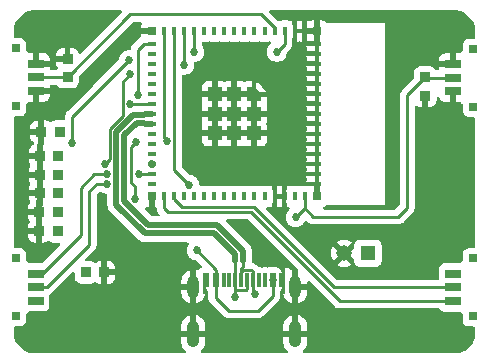
<source format=gtl>
%TF.GenerationSoftware,KiCad,Pcbnew,9.0.7*%
%TF.CreationDate,2026-02-16T08:00:11+01:00*%
%TF.ProjectId,misfits,6d697366-6974-4732-9e6b-696361645f70,1*%
%TF.SameCoordinates,Original*%
%TF.FileFunction,Copper,L1,Top*%
%TF.FilePolarity,Positive*%
%FSLAX46Y46*%
G04 Gerber Fmt 4.6, Leading zero omitted, Abs format (unit mm)*
G04 Created by KiCad (PCBNEW 9.0.7) date 2026-02-16 08:00:11*
%MOMM*%
%LPD*%
G01*
G04 APERTURE LIST*
G04 Aperture macros list*
%AMRoundRect*
0 Rectangle with rounded corners*
0 $1 Rounding radius*
0 $2 $3 $4 $5 $6 $7 $8 $9 X,Y pos of 4 corners*
0 Add a 4 corners polygon primitive as box body*
4,1,4,$2,$3,$4,$5,$6,$7,$8,$9,$2,$3,0*
0 Add four circle primitives for the rounded corners*
1,1,$1+$1,$2,$3*
1,1,$1+$1,$4,$5*
1,1,$1+$1,$6,$7*
1,1,$1+$1,$8,$9*
0 Add four rect primitives between the rounded corners*
20,1,$1+$1,$2,$3,$4,$5,0*
20,1,$1+$1,$4,$5,$6,$7,0*
20,1,$1+$1,$6,$7,$8,$9,0*
20,1,$1+$1,$8,$9,$2,$3,0*%
%AMFreePoly0*
4,1,14,0.603536,0.603536,0.605000,0.600000,0.605000,-0.600000,0.603536,-0.603536,0.600000,-0.605000,-0.600000,-0.605000,-0.603536,-0.603536,-0.605000,-0.600000,-0.605000,0.000000,-0.603536,0.003536,-0.003536,0.603536,0.000000,0.605000,0.600000,0.605000,0.603536,0.603536,0.603536,0.603536,$1*%
G04 Aperture macros list end*
%TA.AperFunction,SMDPad,CuDef*%
%ADD10R,1.350000X0.800000*%
%TD*%
%TA.AperFunction,SMDPad,CuDef*%
%ADD11R,0.700000X0.700000*%
%TD*%
%TA.AperFunction,SMDPad,CuDef*%
%ADD12RoundRect,0.108750X0.326250X0.356250X-0.326250X0.356250X-0.326250X-0.356250X0.326250X-0.356250X0*%
%TD*%
%TA.AperFunction,SMDPad,CuDef*%
%ADD13R,0.400000X0.800000*%
%TD*%
%TA.AperFunction,SMDPad,CuDef*%
%ADD14R,0.800000X0.400000*%
%TD*%
%TA.AperFunction,SMDPad,CuDef*%
%ADD15R,1.200000X1.200000*%
%TD*%
%TA.AperFunction,SMDPad,CuDef*%
%ADD16FreePoly0,270.000000*%
%TD*%
%TA.AperFunction,SMDPad,CuDef*%
%ADD17R,0.800000X0.800000*%
%TD*%
%TA.AperFunction,SMDPad,CuDef*%
%ADD18RoundRect,0.108750X0.356250X-0.326250X0.356250X0.326250X-0.356250X0.326250X-0.356250X-0.326250X0*%
%TD*%
%TA.AperFunction,SMDPad,CuDef*%
%ADD19R,0.600000X1.150000*%
%TD*%
%TA.AperFunction,SMDPad,CuDef*%
%ADD20R,0.300000X1.150000*%
%TD*%
%TA.AperFunction,ComponentPad*%
%ADD21O,1.050000X1.850000*%
%TD*%
%TA.AperFunction,ComponentPad*%
%ADD22O,1.050000X2.250000*%
%TD*%
%TA.AperFunction,SMDPad,CuDef*%
%ADD23RoundRect,0.108750X-0.356250X0.326250X-0.356250X-0.326250X0.356250X-0.326250X0.356250X0.326250X0*%
%TD*%
%TA.AperFunction,SMDPad,CuDef*%
%ADD24RoundRect,0.108750X-0.326250X-0.356250X0.326250X-0.356250X0.326250X0.356250X-0.326250X0.356250X0*%
%TD*%
%TA.AperFunction,ComponentPad*%
%ADD25R,1.308000X1.308000*%
%TD*%
%TA.AperFunction,ComponentPad*%
%ADD26C,1.308000*%
%TD*%
%TA.AperFunction,ViaPad*%
%ADD27C,0.685800*%
%TD*%
%TA.AperFunction,Conductor*%
%ADD28C,0.254000*%
%TD*%
%TA.AperFunction,Conductor*%
%ADD29C,0.526200*%
%TD*%
G04 APERTURE END LIST*
D10*
%TO.P,S4,1*%
%TO.N,Net-(U1-IO35)*%
X167665000Y-104610000D03*
%TO.P,S4,1_1*%
X167665000Y-102310000D03*
%TO.P,S4,2*%
%TO.N,Net-(U1-IO36)*%
X167665000Y-103460000D03*
D11*
%TO.P,S4,P1*%
%TO.N,N/C*%
X169340000Y-105910000D03*
%TO.P,S4,P2*%
X169340000Y-101010000D03*
%TD*%
D10*
%TO.P,S3,1*%
%TO.N,Net-(U1-IO33)*%
X132315000Y-102290000D03*
%TO.P,S3,1_1*%
X132315000Y-104590000D03*
%TO.P,S3,2*%
%TO.N,Net-(U1-IO34)*%
X132315000Y-103440000D03*
D11*
%TO.P,S3,P1*%
%TO.N,N/C*%
X130640000Y-100990000D03*
%TO.P,S3,P2*%
X130640000Y-105890000D03*
%TD*%
D12*
%TO.P,C14,1*%
%TO.N,Net-(C14-Pad1)*%
X134230000Y-93920000D03*
%TO.P,C14,2*%
%TO.N,GND*%
X132670000Y-93920000D03*
%TD*%
%TO.P,C17,1*%
%TO.N,/PREVGL*%
X134180000Y-98700000D03*
%TO.P,C17,2*%
%TO.N,GND*%
X132620000Y-98700000D03*
%TD*%
D13*
%TO.P,U1,1,GND*%
%TO.N,GND*%
X155100000Y-81760000D03*
%TO.P,U1,2,GND*%
X154250000Y-81760000D03*
%TO.P,U1,3,3V3*%
%TO.N,/3V3*%
X153400000Y-81760000D03*
%TO.P,U1,4,IO0*%
%TO.N,Net-(U1-IO0)*%
X152550000Y-81760000D03*
%TO.P,U1,5,IO1*%
%TO.N,unconnected-(U1-IO1-Pad5)*%
X151700000Y-81760000D03*
%TO.P,U1,6,IO2*%
%TO.N,unconnected-(U1-IO2-Pad6)*%
X150850000Y-81760000D03*
%TO.P,U1,7,IO3*%
%TO.N,unconnected-(U1-IO3-Pad7)*%
X150000000Y-81760000D03*
%TO.P,U1,8,IO4*%
%TO.N,unconnected-(U1-IO4-Pad8)*%
X149150000Y-81760000D03*
%TO.P,U1,9,IO5*%
%TO.N,unconnected-(U1-IO5-Pad9)*%
X148300000Y-81760000D03*
%TO.P,U1,10,IO6*%
%TO.N,unconnected-(U1-IO6-Pad10)*%
X147450000Y-81760000D03*
%TO.P,U1,11,IO7*%
%TO.N,unconnected-(U1-IO7-Pad11)*%
X146600000Y-81760000D03*
%TO.P,U1,12,IO8*%
%TO.N,/RES*%
X145750000Y-81760000D03*
%TO.P,U1,13,IO9*%
%TO.N,/DC*%
X144900000Y-81760000D03*
%TO.P,U1,14,IO10*%
%TO.N,/CS*%
X144050000Y-81760000D03*
%TO.P,U1,15,IO11*%
%TO.N,/SDI*%
X143200000Y-81760000D03*
D14*
%TO.P,U1,16,IO12*%
%TO.N,/SCLK*%
X142150000Y-82810000D03*
%TO.P,U1,17,IO13*%
%TO.N,unconnected-(U1-IO13-Pad17)*%
X142150000Y-83660000D03*
%TO.P,U1,18,IO14*%
%TO.N,unconnected-(U1-IO14-Pad18)*%
X142150000Y-84510000D03*
%TO.P,U1,19,IO15*%
%TO.N,unconnected-(U1-IO15-Pad19)*%
X142150000Y-85360000D03*
%TO.P,U1,20,IO16*%
%TO.N,unconnected-(U1-IO16-Pad20)*%
X142150000Y-86210000D03*
%TO.P,U1,21,IO17*%
%TO.N,unconnected-(U1-IO17-Pad21)*%
X142150000Y-87060000D03*
%TO.P,U1,22,IO18*%
%TO.N,/BUSY*%
X142150000Y-87910000D03*
%TO.P,U1,23,IO19*%
%TO.N,/USB_D_N*%
X142150000Y-88760000D03*
%TO.P,U1,24,IO20*%
%TO.N,/USB_D_P*%
X142150000Y-89610000D03*
%TO.P,U1,25,IO21*%
%TO.N,unconnected-(U1-IO21-Pad25)*%
X142150000Y-90460000D03*
%TO.P,U1,26,IO26*%
%TO.N,unconnected-(U1-IO26-Pad26)*%
X142150000Y-91310000D03*
%TO.P,U1,27,IO47*%
%TO.N,unconnected-(U1-IO47-Pad27)*%
X142150000Y-92160000D03*
%TO.P,U1,28,IO33*%
%TO.N,Net-(U1-IO33)*%
X142150000Y-93010000D03*
%TO.P,U1,29,IO34*%
%TO.N,Net-(U1-IO34)*%
X142150000Y-93860000D03*
%TO.P,U1,30,IO48*%
%TO.N,unconnected-(U1-IO48-Pad30)*%
X142150000Y-94710000D03*
D13*
%TO.P,U1,31,IO35*%
%TO.N,Net-(U1-IO35)*%
X143200000Y-95760000D03*
%TO.P,U1,32,IO36*%
%TO.N,Net-(U1-IO36)*%
X144050000Y-95760000D03*
%TO.P,U1,33,IO37*%
%TO.N,unconnected-(U1-IO37-Pad33)*%
X144900000Y-95760000D03*
%TO.P,U1,34,IO38*%
%TO.N,unconnected-(U1-IO38-Pad34)*%
X145750000Y-95760000D03*
%TO.P,U1,35,IO39*%
%TO.N,unconnected-(U1-IO39-Pad35)*%
X146600000Y-95760000D03*
%TO.P,U1,36,IO40*%
%TO.N,unconnected-(U1-IO40-Pad36)*%
X147450000Y-95760000D03*
%TO.P,U1,37,IO41*%
%TO.N,unconnected-(U1-IO41-Pad37)*%
X148300000Y-95760000D03*
%TO.P,U1,38,IO42*%
%TO.N,unconnected-(U1-IO42-Pad38)*%
X149150000Y-95760000D03*
%TO.P,U1,39,TXD0*%
%TO.N,unconnected-(U1-TXD0-Pad39)*%
X150000000Y-95760000D03*
%TO.P,U1,40,RXD0*%
%TO.N,unconnected-(U1-RXD0-Pad40)*%
X150850000Y-95760000D03*
%TO.P,U1,41,IO45*%
%TO.N,unconnected-(U1-IO45-Pad41)*%
X151700000Y-95760000D03*
%TO.P,U1,42,GND*%
%TO.N,GND*%
X152550000Y-95760000D03*
%TO.P,U1,43,GND*%
X153400000Y-95760000D03*
%TO.P,U1,44,IO46*%
%TO.N,unconnected-(U1-IO46-Pad44)*%
X154250000Y-95760000D03*
%TO.P,U1,45,EN*%
%TO.N,Net-(U1-EN)*%
X155100000Y-95760000D03*
D14*
%TO.P,U1,46,GND*%
%TO.N,GND*%
X156150000Y-94710000D03*
%TO.P,U1,47,GND*%
X156150000Y-93860000D03*
%TO.P,U1,48,GND*%
X156150000Y-93010000D03*
%TO.P,U1,49,GND*%
X156150000Y-92160000D03*
%TO.P,U1,50,GND*%
X156150000Y-91310000D03*
%TO.P,U1,51,GND*%
X156150000Y-90460000D03*
%TO.P,U1,52,GND*%
X156150000Y-89610000D03*
%TO.P,U1,53,GND*%
X156150000Y-88760000D03*
%TO.P,U1,54,GND*%
X156150000Y-87910000D03*
%TO.P,U1,55,GND*%
X156150000Y-87060000D03*
%TO.P,U1,56,GND*%
X156150000Y-86210000D03*
%TO.P,U1,57,GND*%
X156150000Y-85360000D03*
%TO.P,U1,58,GND*%
X156150000Y-84510000D03*
%TO.P,U1,59,GND*%
X156150000Y-83660000D03*
%TO.P,U1,60,GND*%
X156150000Y-82810000D03*
D15*
%TO.P,U1,61,GND*%
X149150000Y-88760000D03*
D16*
%TO.P,U1,61_1,GND*%
X150800000Y-87110000D03*
D15*
%TO.P,U1,61_2,GND*%
X150800000Y-88760000D03*
%TO.P,U1,61_3,GND*%
X150800000Y-90410000D03*
%TO.P,U1,61_4,GND*%
X149150000Y-90410000D03*
%TO.P,U1,61_5,GND*%
X147500000Y-90410000D03*
%TO.P,U1,61_6,GND*%
X147500000Y-88760000D03*
%TO.P,U1,61_7,GND*%
X147500000Y-87110000D03*
%TO.P,U1,61_8,GND*%
X149150000Y-87110000D03*
D17*
%TO.P,U1,62,GND*%
X156150000Y-81760000D03*
%TO.P,U1,63,GND*%
X142150000Y-81760000D03*
%TO.P,U1,64,GND*%
X142150000Y-95760000D03*
%TO.P,U1,65,GND*%
X156150000Y-95760000D03*
%TD*%
D12*
%TO.P,C15,1*%
%TO.N,Net-(C15-Pad1)*%
X134220000Y-95490000D03*
%TO.P,C15,2*%
%TO.N,GND*%
X132660000Y-95490000D03*
%TD*%
%TO.P,C12,1*%
%TO.N,Net-(C12-Pad1)*%
X134360000Y-90290000D03*
%TO.P,C12,2*%
%TO.N,GND*%
X132800000Y-90290000D03*
%TD*%
D10*
%TO.P,S2,1*%
%TO.N,GND*%
X132325000Y-84520000D03*
%TO.P,S2,1_1*%
X132325000Y-86820000D03*
%TO.P,S2,2*%
%TO.N,Net-(U1-IO0)*%
X132325000Y-85670000D03*
D11*
%TO.P,S2,P1*%
%TO.N,N/C*%
X130650000Y-83220000D03*
%TO.P,S2,P2*%
X130650000Y-88120000D03*
%TD*%
D12*
%TO.P,C16,1*%
%TO.N,Net-(C16-Pad1)*%
X134190000Y-97100000D03*
%TO.P,C16,2*%
%TO.N,GND*%
X132630000Y-97100000D03*
%TD*%
D18*
%TO.P,C7,1*%
%TO.N,Net-(U1-IO0)*%
X135020000Y-85680000D03*
%TO.P,C7,2*%
%TO.N,GND*%
X135020000Y-84120000D03*
%TD*%
D10*
%TO.P,S1,1*%
%TO.N,GND*%
X167675000Y-86850000D03*
%TO.P,S1,1_1*%
X167675000Y-84550000D03*
%TO.P,S1,2*%
%TO.N,Net-(U1-EN)*%
X167675000Y-85700000D03*
D11*
%TO.P,S1,P1*%
%TO.N,N/C*%
X169350000Y-88150000D03*
%TO.P,S1,P2*%
X169350000Y-83250000D03*
%TD*%
D12*
%TO.P,C13,1*%
%TO.N,Net-(C13-Pad1)*%
X134220000Y-92320000D03*
%TO.P,C13,2*%
%TO.N,GND*%
X132660000Y-92320000D03*
%TD*%
D19*
%TO.P,J1,A1_B12,GND_A*%
%TO.N,GND*%
X146780000Y-102845000D03*
%TO.P,J1,A4_B9,VBUS_A*%
%TO.N,/5V_IN*%
X147580000Y-102845000D03*
D20*
%TO.P,J1,A5,CC1*%
%TO.N,unconnected-(J1-CC1-PadA5)*%
X148730000Y-102845000D03*
%TO.P,J1,A6,D1+*%
%TO.N,/USB_D_P*%
X149730000Y-102845000D03*
%TO.P,J1,A7,D1-*%
%TO.N,/USB_D_N*%
X150230000Y-102845000D03*
%TO.P,J1,A8,SBU1*%
%TO.N,unconnected-(J1-SBU1-PadA8)*%
X151230000Y-102845000D03*
D19*
%TO.P,J1,B1_A12,GND_B*%
%TO.N,GND*%
X153180000Y-102845000D03*
%TO.P,J1,B4_A9,VBUS_B*%
%TO.N,/5V_IN*%
X152380000Y-102845000D03*
D20*
%TO.P,J1,B5,CC2*%
%TO.N,unconnected-(J1-CC2-PadB5)*%
X151730000Y-102845000D03*
%TO.P,J1,B6,D2+*%
%TO.N,/USB_D_P*%
X150730000Y-102845000D03*
%TO.P,J1,B7,D2-*%
%TO.N,/USB_D_N*%
X149230000Y-102845000D03*
%TO.P,J1,B8,SBU2*%
%TO.N,unconnected-(J1-SBU2-PadB8)*%
X148230000Y-102845000D03*
D21*
%TO.P,J1,SH1,SHIELD*%
%TO.N,GND*%
X145660000Y-103410000D03*
%TO.P,J1,SH2,SHIELD*%
X154300000Y-103410000D03*
D22*
%TO.P,J1,SH3,SHIELD*%
X145660000Y-107410000D03*
%TO.P,J1,SH4,SHIELD*%
X154300000Y-107410000D03*
%TD*%
D23*
%TO.P,C6,1*%
%TO.N,Net-(U1-EN)*%
X165310000Y-85670000D03*
%TO.P,C6,2*%
%TO.N,GND*%
X165310000Y-87230000D03*
%TD*%
D24*
%TO.P,C18,1*%
%TO.N,/VCOM*%
X136570000Y-102190000D03*
%TO.P,C18,2*%
%TO.N,GND*%
X138130000Y-102190000D03*
%TD*%
D25*
%TO.P,J2,1,1*%
%TO.N,Net-(U2-OUT)*%
X160450000Y-100567500D03*
D26*
%TO.P,J2,2,2*%
%TO.N,GND*%
X158450000Y-100567500D03*
%TD*%
D27*
%TO.N,GND*%
X165600000Y-81750000D03*
X137000000Y-81500000D03*
X165200000Y-107600000D03*
X151000000Y-92000000D03*
X167420000Y-90480000D03*
X134100000Y-107200000D03*
%TO.N,/5V_IN*%
X145950000Y-100320000D03*
X152380000Y-102845000D03*
%TO.N,/3V3*%
X152750000Y-83510000D03*
%TO.N,Net-(U1-EN)*%
X154325000Y-97530000D03*
%TO.N,Net-(C12-Pad1)*%
X134360000Y-90290000D03*
%TO.N,Net-(C13-Pad1)*%
X134220000Y-92320000D03*
%TO.N,Net-(C14-Pad1)*%
X134230000Y-93920000D03*
%TO.N,Net-(C15-Pad1)*%
X134220000Y-95490000D03*
%TO.N,Net-(C16-Pad1)*%
X134190000Y-97100000D03*
%TO.N,/PREVGL*%
X134180000Y-98700000D03*
%TO.N,/VCOM*%
X136570000Y-102190000D03*
%TO.N,/USB_D_N*%
X149220000Y-104300000D03*
%TO.N,/USB_D_P*%
X150920000Y-104040000D03*
%TO.N,/RES*%
X135420000Y-91270000D03*
X145750000Y-83510000D03*
X140210000Y-84230000D03*
%TO.N,/CS*%
X145340000Y-94780000D03*
%TO.N,/SCLK*%
X140800000Y-91170000D03*
X140990000Y-87160000D03*
X140694229Y-96005771D03*
%TO.N,/SDI*%
X143470000Y-91090000D03*
%TO.N,/DC*%
X138220000Y-93050000D03*
X144900000Y-84610000D03*
X140310000Y-85420000D03*
%TO.N,/BUSY*%
X140290000Y-87910000D03*
%TO.N,Net-(U1-IO33)*%
X138341252Y-93895946D03*
X142150000Y-93010000D03*
X132315000Y-102290000D03*
X132310000Y-104590000D03*
%TO.N,Net-(U1-IO34)*%
X138383919Y-94696081D03*
X141050000Y-93850000D03*
%TO.N,Net-(U1-IO35)*%
X167665000Y-102310000D03*
X167665000Y-104610000D03*
%TD*%
D28*
%TO.N,/5V_IN*%
X151140000Y-105430000D02*
X152380000Y-104190000D01*
X147580000Y-102845000D02*
X147580000Y-104350000D01*
X148660000Y-105430000D02*
X151140000Y-105430000D01*
X147580000Y-102845000D02*
X147580000Y-101950000D01*
X152380000Y-104190000D02*
X152380000Y-102845000D01*
X147580000Y-104350000D02*
X148660000Y-105430000D01*
X147580000Y-101950000D02*
X145950000Y-100320000D01*
%TO.N,/3V3*%
X153400000Y-81760000D02*
X153400000Y-82860000D01*
X153400000Y-82860000D02*
X152750000Y-83510000D01*
%TO.N,Net-(U1-EN)*%
X165310000Y-85670000D02*
X163790000Y-87190000D01*
X167675000Y-85700000D02*
X165340000Y-85700000D01*
X165340000Y-85700000D02*
X165310000Y-85670000D01*
X163000000Y-97490000D02*
X155835000Y-97490000D01*
X163790000Y-87190000D02*
X163790000Y-96700000D01*
X155835000Y-97490000D02*
X155100000Y-96755000D01*
X155100000Y-95760000D02*
X155100000Y-96755000D01*
X155100000Y-96755000D02*
X154325000Y-97530000D01*
X163790000Y-96700000D02*
X163000000Y-97490000D01*
%TO.N,Net-(U1-IO0)*%
X152550000Y-81523062D02*
X151376938Y-80350000D01*
X135010000Y-85670000D02*
X135020000Y-85680000D01*
X140350000Y-80350000D02*
X135020000Y-85680000D01*
X152550000Y-81760000D02*
X152550000Y-81523062D01*
X132325000Y-85670000D02*
X135010000Y-85670000D01*
X151376938Y-80350000D02*
X140350000Y-80350000D01*
D29*
%TO.N,/USB_D_N*%
X141463099Y-88846900D02*
X140594954Y-88846900D01*
X149162935Y-100631081D02*
X149162935Y-101252438D01*
D28*
X149230000Y-102845000D02*
X149230000Y-102110000D01*
D29*
X142150000Y-88760000D02*
X141549999Y-88760000D01*
X141589954Y-98878100D02*
X147409954Y-98878100D01*
X139151900Y-90289954D02*
X139151900Y-96440046D01*
D28*
X150230000Y-103556938D02*
X150123469Y-103663469D01*
X149336531Y-103663469D02*
X149230000Y-103556938D01*
X149230000Y-102110000D02*
X149160000Y-102040000D01*
X150123469Y-103663469D02*
X149336531Y-103663469D01*
X149160000Y-102040000D02*
X149162935Y-102037065D01*
D29*
X147409954Y-98878100D02*
X149162935Y-100631081D01*
D28*
X149230000Y-103556938D02*
X149230000Y-102845000D01*
D29*
X140594954Y-88846900D02*
X139151900Y-90289954D01*
X141549999Y-88760000D02*
X141463099Y-88846900D01*
D28*
X149162935Y-102037065D02*
X149162935Y-101252438D01*
X149230000Y-104290000D02*
X149220000Y-104300000D01*
D29*
X139151900Y-96440046D02*
X141589954Y-98878100D01*
D28*
X149230000Y-103556938D02*
X149230000Y-104290000D01*
X150230000Y-102845000D02*
X150230000Y-103556938D01*
%TO.N,/USB_D_P*%
X149740000Y-102835000D02*
X149730000Y-102845000D01*
X150730000Y-102133062D02*
X150623469Y-102026531D01*
X149730000Y-102133062D02*
X149730000Y-101840000D01*
X150730000Y-103560000D02*
X150730000Y-103850000D01*
D29*
X141463099Y-89523100D02*
X140875046Y-89523100D01*
D28*
X150730000Y-103850000D02*
X150920000Y-104040000D01*
D29*
X139828100Y-96159954D02*
X141870046Y-98201900D01*
D28*
X149840000Y-101730000D02*
X149839135Y-101729135D01*
D29*
X147690046Y-98201900D02*
X149839135Y-100350989D01*
D28*
X149730000Y-102133062D02*
X149730000Y-102845000D01*
X149730000Y-101840000D02*
X149840000Y-101730000D01*
X150730000Y-102845000D02*
X150730000Y-102133062D01*
D29*
X141549999Y-89610000D02*
X141463099Y-89523100D01*
X142150000Y-89610000D02*
X141549999Y-89610000D01*
X141870046Y-98201900D02*
X147690046Y-98201900D01*
X149839135Y-100350989D02*
X149839135Y-101252438D01*
D28*
X149839135Y-101729135D02*
X149839135Y-101252438D01*
D29*
X139828100Y-90570046D02*
X139828100Y-96159954D01*
D28*
X149836531Y-102026531D02*
X149730000Y-102133062D01*
X150623469Y-102026531D02*
X149836531Y-102026531D01*
X150730000Y-102845000D02*
X150730000Y-103560000D01*
D29*
X140875046Y-89523100D02*
X139828100Y-90570046D01*
D28*
%TO.N,/RES*%
X135420000Y-89020000D02*
X140210000Y-84230000D01*
X145750000Y-83510000D02*
X145750000Y-81760000D01*
X135420000Y-91270000D02*
X135420000Y-89020000D01*
%TO.N,/CS*%
X144056369Y-81766369D02*
X144050000Y-81760000D01*
X144056369Y-93496369D02*
X144056369Y-81766369D01*
X145340000Y-94780000D02*
X144056369Y-93496369D01*
%TO.N,/SCLK*%
X141510000Y-82810000D02*
X142150000Y-82810000D01*
X140430000Y-94640431D02*
X140430000Y-91540000D01*
X140430000Y-91540000D02*
X140800000Y-91170000D01*
X140990000Y-87160000D02*
X140990000Y-83330000D01*
X140694229Y-96005771D02*
X140694229Y-94904660D01*
X140694229Y-94904660D02*
X140430000Y-94640431D01*
X140990000Y-83330000D02*
X141510000Y-82810000D01*
%TO.N,/SDI*%
X143470000Y-91090000D02*
X143200000Y-90820000D01*
X143200000Y-90820000D02*
X143200000Y-81760000D01*
%TO.N,/DC*%
X144900000Y-84610000D02*
X144900000Y-81760000D01*
X138645331Y-92624669D02*
X138645331Y-90490000D01*
X138645331Y-90024669D02*
X139750000Y-88920000D01*
X138220000Y-93050000D02*
X138645331Y-92624669D01*
X139703631Y-86026369D02*
X140310000Y-85420000D01*
X138645331Y-90490000D02*
X138645331Y-90024669D01*
X139750000Y-88920000D02*
X139703631Y-88873631D01*
X139703631Y-88873631D02*
X139703631Y-86026369D01*
%TO.N,/BUSY*%
X140290000Y-87910000D02*
X142150000Y-87910000D01*
%TO.N,Net-(U1-IO33)*%
X132840000Y-102290000D02*
X132315000Y-102290000D01*
X136140000Y-98990000D02*
X132840000Y-102290000D01*
X136140000Y-95000000D02*
X136140000Y-98990000D01*
X137244054Y-93895946D02*
X136140000Y-95000000D01*
X132315000Y-104590000D02*
X132310000Y-104590000D01*
X138341252Y-93895946D02*
X137244054Y-93895946D01*
%TO.N,Net-(U1-IO34)*%
X141050000Y-93850000D02*
X142140000Y-93850000D01*
X136850000Y-95330000D02*
X136850000Y-99840000D01*
X136850000Y-99840000D02*
X133250000Y-103440000D01*
X133250000Y-103440000D02*
X132315000Y-103440000D01*
X142140000Y-93850000D02*
X142150000Y-93860000D01*
X138383919Y-94696081D02*
X137483919Y-94696081D01*
X137483919Y-94696081D02*
X136850000Y-95330000D01*
%TO.N,Net-(U1-IO36)*%
X144050000Y-95760000D02*
X144050000Y-95996938D01*
X157590000Y-103460000D02*
X167665000Y-103460000D01*
X150820000Y-96690000D02*
X157590000Y-103460000D01*
X144050000Y-95996938D02*
X144743062Y-96690000D01*
X144743062Y-96690000D02*
X150820000Y-96690000D01*
%TO.N,Net-(U1-IO35)*%
X143520000Y-97060000D02*
X143200000Y-96740000D01*
X150540000Y-97060000D02*
X143520000Y-97060000D01*
X167665000Y-104610000D02*
X158090000Y-104610000D01*
X143200000Y-96740000D02*
X143200000Y-95760000D01*
X158090000Y-104610000D02*
X150540000Y-97060000D01*
%TD*%
%TA.AperFunction,Conductor*%
%TO.N,GND*%
G36*
X137827375Y-95342556D02*
G01*
X137852927Y-95355632D01*
X137984419Y-95443493D01*
X137984421Y-95443494D01*
X137984425Y-95443496D01*
X138137903Y-95507068D01*
X138137908Y-95507070D01*
X138288493Y-95537023D01*
X138350402Y-95569406D01*
X138384976Y-95630121D01*
X138388300Y-95658639D01*
X138388300Y-96515258D01*
X138417642Y-96662772D01*
X138417644Y-96662780D01*
X138440936Y-96719011D01*
X138440936Y-96719012D01*
X138475202Y-96801740D01*
X138475209Y-96801753D01*
X138558772Y-96926812D01*
X138558775Y-96926816D01*
X141103183Y-99471224D01*
X141103187Y-99471227D01*
X141228253Y-99554794D01*
X141231044Y-99555949D01*
X141231052Y-99555956D01*
X141231054Y-99555954D01*
X141367220Y-99612356D01*
X141514741Y-99641699D01*
X141514745Y-99641700D01*
X141514746Y-99641700D01*
X141665162Y-99641700D01*
X145156888Y-99641700D01*
X145223927Y-99661385D01*
X145269682Y-99714189D01*
X145279626Y-99783347D01*
X145259990Y-99834591D01*
X145202591Y-99920493D01*
X145202584Y-99920506D01*
X145139012Y-100073984D01*
X145139011Y-100073989D01*
X145106600Y-100236927D01*
X145106600Y-100403072D01*
X145139009Y-100566003D01*
X145139012Y-100566015D01*
X145202584Y-100719493D01*
X145202591Y-100719506D01*
X145294887Y-100857635D01*
X145294890Y-100857639D01*
X145412360Y-100975109D01*
X145412364Y-100975112D01*
X145550493Y-101067408D01*
X145550506Y-101067415D01*
X145655265Y-101110807D01*
X145703989Y-101130989D01*
X145777242Y-101145559D01*
X145872907Y-101164589D01*
X145872634Y-101165960D01*
X145930873Y-101189472D01*
X145941620Y-101199039D01*
X146342788Y-101600207D01*
X146376273Y-101661530D01*
X146371289Y-101731222D01*
X146329417Y-101787155D01*
X146298441Y-101804070D01*
X146237912Y-101826646D01*
X146237906Y-101826649D01*
X146122812Y-101912809D01*
X146075699Y-101975743D01*
X146019764Y-102017614D01*
X145952240Y-102023048D01*
X145910000Y-102014645D01*
X145910000Y-102800382D01*
X145859554Y-102749936D01*
X145785445Y-102707149D01*
X145702787Y-102685000D01*
X145617213Y-102685000D01*
X145534555Y-102707149D01*
X145460446Y-102749936D01*
X145410000Y-102800382D01*
X145410000Y-102014646D01*
X145409999Y-102014645D01*
X145361022Y-102024388D01*
X145361015Y-102024390D01*
X145174486Y-102101652D01*
X145174473Y-102101659D01*
X145006600Y-102213829D01*
X145006596Y-102213832D01*
X144863832Y-102356596D01*
X144863829Y-102356600D01*
X144751659Y-102524473D01*
X144751652Y-102524486D01*
X144674390Y-102711016D01*
X144674387Y-102711025D01*
X144635000Y-102909041D01*
X144635000Y-103160000D01*
X145335000Y-103160000D01*
X145335000Y-103660000D01*
X144635000Y-103660000D01*
X144635000Y-103910958D01*
X144674387Y-104108974D01*
X144674390Y-104108983D01*
X144751652Y-104295513D01*
X144751659Y-104295526D01*
X144863829Y-104463399D01*
X144863832Y-104463403D01*
X145006596Y-104606167D01*
X145006600Y-104606170D01*
X145174473Y-104718340D01*
X145174486Y-104718347D01*
X145361016Y-104795609D01*
X145361025Y-104795612D01*
X145410000Y-104805353D01*
X145410000Y-104019618D01*
X145460446Y-104070064D01*
X145534555Y-104112851D01*
X145617213Y-104135000D01*
X145702787Y-104135000D01*
X145785445Y-104112851D01*
X145859554Y-104070064D01*
X145910000Y-104019618D01*
X145910000Y-104805352D01*
X145958974Y-104795612D01*
X145958983Y-104795609D01*
X146145513Y-104718347D01*
X146145526Y-104718340D01*
X146313399Y-104606170D01*
X146313403Y-104606167D01*
X146456167Y-104463403D01*
X146456170Y-104463399D01*
X146568340Y-104295526D01*
X146568347Y-104295513D01*
X146645608Y-104108985D01*
X146645611Y-104108973D01*
X146657342Y-104050000D01*
X146654000Y-104050000D01*
X146586961Y-104030315D01*
X146541206Y-103977511D01*
X146530000Y-103926000D01*
X146530000Y-102969000D01*
X146532550Y-102960314D01*
X146531262Y-102951353D01*
X146542240Y-102927312D01*
X146549685Y-102901961D01*
X146556525Y-102896033D01*
X146560287Y-102887797D01*
X146582521Y-102873507D01*
X146602489Y-102856206D01*
X146613003Y-102853918D01*
X146619065Y-102850023D01*
X146654000Y-102845000D01*
X146655501Y-102845000D01*
X146722540Y-102864685D01*
X146768295Y-102917489D01*
X146779501Y-102969000D01*
X146779501Y-103467876D01*
X146785908Y-103527483D01*
X146836202Y-103662328D01*
X146836203Y-103662330D01*
X146927767Y-103784643D01*
X146952184Y-103850107D01*
X146952500Y-103858954D01*
X146952500Y-104411807D01*
X146976612Y-104533028D01*
X146976613Y-104533034D01*
X146976614Y-104533035D01*
X146995089Y-104577636D01*
X147023917Y-104647233D01*
X147054543Y-104693068D01*
X147058366Y-104698790D01*
X147058368Y-104698793D01*
X147092590Y-104750010D01*
X147092591Y-104750011D01*
X148172589Y-105830008D01*
X148244233Y-105901652D01*
X148259994Y-105917413D01*
X148259996Y-105917414D01*
X148362756Y-105986076D01*
X148362758Y-105986077D01*
X148362767Y-105986083D01*
X148387772Y-105996440D01*
X148410071Y-106005677D01*
X148452254Y-106023149D01*
X148476966Y-106033386D01*
X148598192Y-106057499D01*
X148598196Y-106057500D01*
X148598197Y-106057500D01*
X151201804Y-106057500D01*
X151201805Y-106057499D01*
X151323035Y-106033386D01*
X151403784Y-105999937D01*
X151437233Y-105986083D01*
X151540008Y-105917411D01*
X151627411Y-105830008D01*
X152867411Y-104590008D01*
X152905479Y-104533035D01*
X152936083Y-104487233D01*
X152973934Y-104395852D01*
X152983386Y-104373034D01*
X153007500Y-104251803D01*
X153007500Y-104128197D01*
X153007500Y-103858954D01*
X153027185Y-103791915D01*
X153032233Y-103784643D01*
X153037546Y-103777546D01*
X153123796Y-103662331D01*
X153174091Y-103527483D01*
X153180500Y-103467873D01*
X153180499Y-103140999D01*
X153182125Y-103132824D01*
X153181209Y-103127748D01*
X153189937Y-103093550D01*
X153191438Y-103089926D01*
X153235277Y-103035522D01*
X153301571Y-103013455D01*
X153369271Y-103030733D01*
X153416882Y-103081869D01*
X153430000Y-103137376D01*
X153430000Y-103926000D01*
X153410315Y-103993039D01*
X153357511Y-104038794D01*
X153306000Y-104050000D01*
X153302658Y-104050000D01*
X153314388Y-104108973D01*
X153314391Y-104108985D01*
X153391652Y-104295513D01*
X153391659Y-104295526D01*
X153503829Y-104463399D01*
X153503832Y-104463403D01*
X153646596Y-104606167D01*
X153646600Y-104606170D01*
X153814473Y-104718340D01*
X153814486Y-104718347D01*
X154001016Y-104795609D01*
X154001025Y-104795612D01*
X154050000Y-104805353D01*
X154050000Y-104019618D01*
X154100446Y-104070064D01*
X154174555Y-104112851D01*
X154257213Y-104135000D01*
X154342787Y-104135000D01*
X154425445Y-104112851D01*
X154499554Y-104070064D01*
X154550000Y-104019618D01*
X154550000Y-104805352D01*
X154598974Y-104795612D01*
X154598983Y-104795609D01*
X154785513Y-104718347D01*
X154785526Y-104718340D01*
X154953399Y-104606170D01*
X154953403Y-104606167D01*
X155096167Y-104463403D01*
X155096170Y-104463399D01*
X155208340Y-104295526D01*
X155208347Y-104295513D01*
X155285609Y-104108983D01*
X155285612Y-104108974D01*
X155324999Y-103910958D01*
X155325000Y-103910955D01*
X155325000Y-103660000D01*
X154625000Y-103660000D01*
X154625000Y-103160000D01*
X155325000Y-103160000D01*
X155325000Y-103031781D01*
X155344685Y-102964742D01*
X155397489Y-102918987D01*
X155466647Y-102909043D01*
X155530203Y-102938068D01*
X155536681Y-102944100D01*
X157689988Y-105097408D01*
X157689992Y-105097411D01*
X157792760Y-105166079D01*
X157792773Y-105166086D01*
X157906960Y-105213383D01*
X157906965Y-105213385D01*
X157906969Y-105213385D01*
X157906970Y-105213386D01*
X158028193Y-105237500D01*
X158028196Y-105237500D01*
X158028197Y-105237500D01*
X166473032Y-105237500D01*
X166540071Y-105257185D01*
X166572298Y-105287189D01*
X166632452Y-105367544D01*
X166632455Y-105367547D01*
X166747664Y-105453793D01*
X166747671Y-105453797D01*
X166882517Y-105504091D01*
X166882516Y-105504091D01*
X166889444Y-105504835D01*
X166942127Y-105510500D01*
X168211981Y-105510499D01*
X168279020Y-105530184D01*
X168299662Y-105546817D01*
X168308297Y-105555452D01*
X168318211Y-105570289D01*
X168429711Y-105681789D01*
X168444549Y-105691703D01*
X168453181Y-105700335D01*
X168464306Y-105720710D01*
X168479193Y-105738521D01*
X168482374Y-105753799D01*
X168486666Y-105761659D01*
X168485987Y-105771148D01*
X168489500Y-105788017D01*
X168489500Y-106307870D01*
X168489501Y-106307876D01*
X168495908Y-106367483D01*
X168546202Y-106502328D01*
X168546206Y-106502335D01*
X168632452Y-106617544D01*
X168632455Y-106617547D01*
X168747664Y-106703793D01*
X168747671Y-106703797D01*
X168761742Y-106709045D01*
X168882517Y-106754091D01*
X168942127Y-106760500D01*
X169372615Y-106760499D01*
X169439654Y-106780183D01*
X169485409Y-106832987D01*
X169496614Y-106883920D01*
X169499471Y-107495363D01*
X169499156Y-107504788D01*
X169484869Y-107704556D01*
X169482351Y-107722068D01*
X169440646Y-107913787D01*
X169435662Y-107930763D01*
X169367091Y-108114607D01*
X169359740Y-108130701D01*
X169356788Y-108136107D01*
X169335638Y-108164360D01*
X168664361Y-108835637D01*
X168636107Y-108856788D01*
X168630701Y-108859740D01*
X168614607Y-108867091D01*
X168430763Y-108935662D01*
X168413787Y-108940646D01*
X168222068Y-108982351D01*
X168204557Y-108984869D01*
X168023779Y-108997799D01*
X168004417Y-108999184D01*
X167995572Y-108999500D01*
X155059433Y-108999500D01*
X154992394Y-108979815D01*
X154946639Y-108927011D01*
X154936695Y-108857853D01*
X154965720Y-108794297D01*
X154971752Y-108787819D01*
X155096167Y-108663403D01*
X155096170Y-108663399D01*
X155208340Y-108495526D01*
X155208347Y-108495513D01*
X155285609Y-108308983D01*
X155285612Y-108308974D01*
X155324999Y-108110958D01*
X155325000Y-108110955D01*
X155325000Y-107660000D01*
X154625000Y-107660000D01*
X154625000Y-107160000D01*
X155325000Y-107160000D01*
X155325000Y-106709045D01*
X155324999Y-106709041D01*
X155285612Y-106511025D01*
X155285609Y-106511016D01*
X155208347Y-106324486D01*
X155208340Y-106324473D01*
X155096170Y-106156600D01*
X155096167Y-106156596D01*
X154953403Y-106013832D01*
X154953399Y-106013829D01*
X154785526Y-105901659D01*
X154785513Y-105901652D01*
X154598984Y-105824390D01*
X154598977Y-105824388D01*
X154550000Y-105814645D01*
X154550000Y-106600382D01*
X154499554Y-106549936D01*
X154425445Y-106507149D01*
X154342787Y-106485000D01*
X154257213Y-106485000D01*
X154174555Y-106507149D01*
X154100446Y-106549936D01*
X154050000Y-106600382D01*
X154050000Y-105814646D01*
X154049999Y-105814645D01*
X154001022Y-105824388D01*
X154001015Y-105824390D01*
X153814486Y-105901652D01*
X153814473Y-105901659D01*
X153646600Y-106013829D01*
X153646596Y-106013832D01*
X153503832Y-106156596D01*
X153503829Y-106156600D01*
X153391659Y-106324473D01*
X153391652Y-106324486D01*
X153314390Y-106511016D01*
X153314387Y-106511025D01*
X153275000Y-106709041D01*
X153275000Y-107160000D01*
X153975000Y-107160000D01*
X153975000Y-107660000D01*
X153275000Y-107660000D01*
X153275000Y-108110958D01*
X153314387Y-108308974D01*
X153314390Y-108308983D01*
X153391652Y-108495513D01*
X153391659Y-108495526D01*
X153503829Y-108663399D01*
X153503832Y-108663403D01*
X153628248Y-108787819D01*
X153661733Y-108849142D01*
X153656749Y-108918834D01*
X153614877Y-108974767D01*
X153549413Y-108999184D01*
X153540567Y-108999500D01*
X146419433Y-108999500D01*
X146352394Y-108979815D01*
X146306639Y-108927011D01*
X146296695Y-108857853D01*
X146325720Y-108794297D01*
X146331752Y-108787819D01*
X146456167Y-108663403D01*
X146456170Y-108663399D01*
X146568340Y-108495526D01*
X146568347Y-108495513D01*
X146645609Y-108308983D01*
X146645612Y-108308974D01*
X146684999Y-108110958D01*
X146685000Y-108110955D01*
X146685000Y-107660000D01*
X145985000Y-107660000D01*
X145985000Y-107160000D01*
X146685000Y-107160000D01*
X146685000Y-106709045D01*
X146684999Y-106709041D01*
X146645612Y-106511025D01*
X146645609Y-106511016D01*
X146568347Y-106324486D01*
X146568340Y-106324473D01*
X146456170Y-106156600D01*
X146456167Y-106156596D01*
X146313403Y-106013832D01*
X146313399Y-106013829D01*
X146145526Y-105901659D01*
X146145513Y-105901652D01*
X145958984Y-105824390D01*
X145958977Y-105824388D01*
X145910000Y-105814645D01*
X145910000Y-106600382D01*
X145859554Y-106549936D01*
X145785445Y-106507149D01*
X145702787Y-106485000D01*
X145617213Y-106485000D01*
X145534555Y-106507149D01*
X145460446Y-106549936D01*
X145410000Y-106600382D01*
X145410000Y-105814646D01*
X145409999Y-105814645D01*
X145361022Y-105824388D01*
X145361015Y-105824390D01*
X145174486Y-105901652D01*
X145174473Y-105901659D01*
X145006600Y-106013829D01*
X145006596Y-106013832D01*
X144863832Y-106156596D01*
X144863829Y-106156600D01*
X144751659Y-106324473D01*
X144751652Y-106324486D01*
X144674390Y-106511016D01*
X144674387Y-106511025D01*
X144635000Y-106709041D01*
X144635000Y-107160000D01*
X145335000Y-107160000D01*
X145335000Y-107660000D01*
X144635000Y-107660000D01*
X144635000Y-108110958D01*
X144674387Y-108308974D01*
X144674390Y-108308983D01*
X144751652Y-108495513D01*
X144751659Y-108495526D01*
X144863829Y-108663399D01*
X144863832Y-108663403D01*
X144988248Y-108787819D01*
X145021733Y-108849142D01*
X145016749Y-108918834D01*
X144974877Y-108974767D01*
X144909413Y-108999184D01*
X144900567Y-108999500D01*
X132004428Y-108999500D01*
X131995582Y-108999184D01*
X131973622Y-108997613D01*
X131795442Y-108984869D01*
X131777931Y-108982351D01*
X131586212Y-108940646D01*
X131569236Y-108935662D01*
X131430510Y-108883919D01*
X131384051Y-108853254D01*
X131327901Y-108794297D01*
X130619734Y-108050721D01*
X130614893Y-108042982D01*
X130610261Y-108039515D01*
X130593348Y-108008543D01*
X130564334Y-107930755D01*
X130559355Y-107913797D01*
X130517647Y-107722063D01*
X130515130Y-107704556D01*
X130511943Y-107660000D01*
X130500816Y-107504418D01*
X130500500Y-107495572D01*
X130500500Y-107429010D01*
X130500153Y-107423905D01*
X130497566Y-106865073D01*
X130516940Y-106797943D01*
X130569532Y-106751944D01*
X130621565Y-106740499D01*
X131037871Y-106740499D01*
X131037872Y-106740499D01*
X131097483Y-106734091D01*
X131232331Y-106683796D01*
X131347546Y-106597546D01*
X131433796Y-106482331D01*
X131484091Y-106347483D01*
X131490500Y-106287873D01*
X131490499Y-105768017D01*
X131510183Y-105700979D01*
X131526818Y-105680336D01*
X131535450Y-105671703D01*
X131550289Y-105661789D01*
X131661789Y-105550289D01*
X131671701Y-105535453D01*
X131680338Y-105526817D01*
X131700715Y-105515690D01*
X131718526Y-105500805D01*
X131733802Y-105497623D01*
X131741661Y-105493333D01*
X131751150Y-105494011D01*
X131768019Y-105490499D01*
X133037871Y-105490499D01*
X133037872Y-105490499D01*
X133097483Y-105484091D01*
X133232331Y-105433796D01*
X133347546Y-105347546D01*
X133433796Y-105232331D01*
X133484091Y-105097483D01*
X133490500Y-105037873D01*
X133490499Y-104142128D01*
X133490498Y-104142126D01*
X133490498Y-104142112D01*
X133487677Y-104115874D01*
X133500082Y-104047114D01*
X133543118Y-104000889D01*
X133542168Y-103999468D01*
X133637984Y-103935445D01*
X133650008Y-103927411D01*
X133737411Y-103840008D01*
X135422821Y-102154596D01*
X135484142Y-102121113D01*
X135553833Y-102126097D01*
X135609767Y-102167968D01*
X135634184Y-102233433D01*
X135634500Y-102242279D01*
X135634500Y-102607764D01*
X135634501Y-102607789D01*
X135637218Y-102642315D01*
X135680162Y-102790130D01*
X135680163Y-102790133D01*
X135758519Y-102922627D01*
X135758526Y-102922636D01*
X135867363Y-103031473D01*
X135867372Y-103031480D01*
X135867881Y-103031781D01*
X135999865Y-103109836D01*
X136022231Y-103116334D01*
X136147680Y-103152781D01*
X136147683Y-103152781D01*
X136147685Y-103152782D01*
X136182223Y-103155500D01*
X136957776Y-103155499D01*
X136992315Y-103152782D01*
X137140135Y-103109836D01*
X137272631Y-103031478D01*
X137272637Y-103031471D01*
X137278337Y-103027050D01*
X137343370Y-103001509D01*
X137411889Y-103015182D01*
X137429834Y-103026647D01*
X137496747Y-103077992D01*
X137644830Y-103139329D01*
X137644834Y-103139330D01*
X137763842Y-103154999D01*
X137763857Y-103155000D01*
X137880000Y-103155000D01*
X138380000Y-103155000D01*
X138496143Y-103155000D01*
X138496157Y-103154999D01*
X138615165Y-103139330D01*
X138615169Y-103139329D01*
X138763251Y-103077992D01*
X138890415Y-102980415D01*
X138987990Y-102853253D01*
X139049330Y-102705166D01*
X139049330Y-102705165D01*
X139064999Y-102586157D01*
X139065000Y-102586143D01*
X139065000Y-102440000D01*
X138380000Y-102440000D01*
X138380000Y-103155000D01*
X137880000Y-103155000D01*
X137880000Y-101940000D01*
X138380000Y-101940000D01*
X139065000Y-101940000D01*
X139065000Y-101793856D01*
X139064999Y-101793842D01*
X139049330Y-101674834D01*
X139049329Y-101674830D01*
X138987992Y-101526748D01*
X138890415Y-101399584D01*
X138763251Y-101302007D01*
X138763252Y-101302007D01*
X138615169Y-101240670D01*
X138615165Y-101240669D01*
X138496157Y-101225000D01*
X138380000Y-101225000D01*
X138380000Y-101940000D01*
X137880000Y-101940000D01*
X137880000Y-101225000D01*
X137763842Y-101225000D01*
X137644834Y-101240669D01*
X137644830Y-101240670D01*
X137496748Y-101302007D01*
X137429832Y-101353353D01*
X137364663Y-101378546D01*
X137296218Y-101364507D01*
X137278347Y-101352956D01*
X137272628Y-101348520D01*
X137199407Y-101305217D01*
X137140135Y-101270164D01*
X137140134Y-101270163D01*
X137140133Y-101270163D01*
X137140130Y-101270162D01*
X136992319Y-101227218D01*
X136992313Y-101227217D01*
X136957784Y-101224500D01*
X136957777Y-101224500D01*
X136652280Y-101224500D01*
X136585241Y-101204815D01*
X136539486Y-101152011D01*
X136529542Y-101082853D01*
X136558567Y-101019297D01*
X136564599Y-101012819D01*
X136855525Y-100721894D01*
X137337411Y-100240008D01*
X137386922Y-100165909D01*
X137406083Y-100137233D01*
X137432279Y-100073989D01*
X137453386Y-100023034D01*
X137477500Y-99901803D01*
X137477500Y-99778197D01*
X137477500Y-95641281D01*
X137497185Y-95574242D01*
X137513819Y-95553600D01*
X137599284Y-95468135D01*
X137696363Y-95371055D01*
X137757684Y-95337572D01*
X137827375Y-95342556D01*
G37*
%TD.AperFunction*%
%TA.AperFunction,Conductor*%
G36*
X168004418Y-80000816D02*
G01*
X168204561Y-80015130D01*
X168222063Y-80017647D01*
X168413797Y-80059355D01*
X168430755Y-80064334D01*
X168527059Y-80100254D01*
X168575476Y-80133024D01*
X169417865Y-81059653D01*
X169447278Y-81116706D01*
X169482351Y-81277932D01*
X169484869Y-81295443D01*
X169499184Y-81495580D01*
X169499500Y-81504427D01*
X169499500Y-82275500D01*
X169479815Y-82342539D01*
X169427011Y-82388294D01*
X169375500Y-82399500D01*
X168952129Y-82399500D01*
X168952123Y-82399501D01*
X168892516Y-82405908D01*
X168757671Y-82456202D01*
X168757664Y-82456206D01*
X168642455Y-82542452D01*
X168642452Y-82542455D01*
X168556206Y-82657664D01*
X168556202Y-82657671D01*
X168505908Y-82792517D01*
X168499501Y-82852116D01*
X168499500Y-82852135D01*
X168499500Y-83371981D01*
X168479815Y-83439020D01*
X168463229Y-83459615D01*
X168454573Y-83468279D01*
X168439711Y-83478211D01*
X168328211Y-83589711D01*
X168317982Y-83605019D01*
X168309377Y-83613634D01*
X168288978Y-83624786D01*
X168271142Y-83639694D01*
X168255912Y-83642865D01*
X168248072Y-83647152D01*
X168238565Y-83646477D01*
X168221648Y-83650000D01*
X167925000Y-83650000D01*
X167925000Y-84426000D01*
X167905315Y-84493039D01*
X167852511Y-84538794D01*
X167801000Y-84550000D01*
X167675000Y-84550000D01*
X167675000Y-84675500D01*
X167655315Y-84742539D01*
X167602511Y-84788294D01*
X167551000Y-84799500D01*
X166952129Y-84799500D01*
X166948805Y-84799679D01*
X166948799Y-84799573D01*
X166940837Y-84800000D01*
X166500000Y-84800000D01*
X166500000Y-84948500D01*
X166497449Y-84957185D01*
X166498738Y-84966147D01*
X166487759Y-84990187D01*
X166480315Y-85015539D01*
X166473474Y-85021466D01*
X166469713Y-85029703D01*
X166447478Y-85043992D01*
X166427511Y-85061294D01*
X166416996Y-85063581D01*
X166410935Y-85067477D01*
X166376000Y-85072500D01*
X166284381Y-85072500D01*
X166217342Y-85052815D01*
X166177649Y-85011621D01*
X166151480Y-84967372D01*
X166151473Y-84967363D01*
X166042636Y-84858526D01*
X166042627Y-84858519D01*
X165910133Y-84780163D01*
X165910130Y-84780162D01*
X165762319Y-84737218D01*
X165762313Y-84737217D01*
X165727777Y-84734500D01*
X164892235Y-84734500D01*
X164892210Y-84734501D01*
X164857684Y-84737218D01*
X164709869Y-84780162D01*
X164709866Y-84780163D01*
X164577372Y-84858519D01*
X164577363Y-84858526D01*
X164468526Y-84967363D01*
X164468519Y-84967372D01*
X164390163Y-85099866D01*
X164390162Y-85099869D01*
X164347218Y-85247680D01*
X164347217Y-85247686D01*
X164344500Y-85282215D01*
X164344500Y-85696718D01*
X164324815Y-85763757D01*
X164308180Y-85784399D01*
X163389992Y-86702589D01*
X163342658Y-86749923D01*
X163302589Y-86789992D01*
X163233915Y-86892770D01*
X163226572Y-86910499D01*
X163186614Y-87006964D01*
X163186612Y-87006972D01*
X163166752Y-87106811D01*
X163166753Y-87106812D01*
X163162500Y-87128196D01*
X163162500Y-96388719D01*
X163142815Y-96455758D01*
X163126181Y-96476400D01*
X162776400Y-96826181D01*
X162715077Y-96859666D01*
X162688719Y-96862500D01*
X156784575Y-96862500D01*
X156717536Y-96842815D01*
X156671781Y-96790011D01*
X156661837Y-96720853D01*
X156690862Y-96657297D01*
X156741242Y-96622318D01*
X156792086Y-96603354D01*
X156792093Y-96603350D01*
X156907185Y-96517191D01*
X156907191Y-96517185D01*
X156912802Y-96509691D01*
X156968734Y-96467819D01*
X157012070Y-96460000D01*
X161925000Y-96460000D01*
X161925000Y-84102155D01*
X166500000Y-84102155D01*
X166500000Y-84300000D01*
X167425000Y-84300000D01*
X167425000Y-83650000D01*
X166952155Y-83650000D01*
X166892627Y-83656401D01*
X166892620Y-83656403D01*
X166757913Y-83706645D01*
X166757906Y-83706649D01*
X166642812Y-83792809D01*
X166642809Y-83792812D01*
X166556649Y-83907906D01*
X166556645Y-83907913D01*
X166506403Y-84042620D01*
X166506401Y-84042627D01*
X166500000Y-84102155D01*
X161925000Y-84102155D01*
X161925000Y-81060000D01*
X157012070Y-81060000D01*
X156945031Y-81040315D01*
X156912802Y-81010309D01*
X156907191Y-81002814D01*
X156907185Y-81002808D01*
X156792093Y-80916649D01*
X156792086Y-80916645D01*
X156657379Y-80866403D01*
X156657372Y-80866401D01*
X156597844Y-80860000D01*
X156400000Y-80860000D01*
X156400000Y-82688638D01*
X156380315Y-82755677D01*
X156363681Y-82776319D01*
X156350000Y-82790000D01*
X156350000Y-94730000D01*
X156363681Y-94743681D01*
X156397166Y-94805004D01*
X156400000Y-94831362D01*
X156400000Y-95636000D01*
X156380315Y-95703039D01*
X156327511Y-95748794D01*
X156276000Y-95760000D01*
X156024000Y-95760000D01*
X155956961Y-95740315D01*
X155911206Y-95687511D01*
X155900000Y-95636000D01*
X155900000Y-94910000D01*
X155548069Y-94910000D01*
X155504736Y-94902182D01*
X155407486Y-94865910D01*
X155407485Y-94865909D01*
X155407483Y-94865909D01*
X155347873Y-94859500D01*
X155347863Y-94859500D01*
X154852129Y-94859500D01*
X154852123Y-94859501D01*
X154792516Y-94865908D01*
X154718332Y-94893577D01*
X154648640Y-94898561D01*
X154631668Y-94893577D01*
X154557488Y-94865910D01*
X154557484Y-94865909D01*
X154557483Y-94865909D01*
X154497873Y-94859500D01*
X154497863Y-94859500D01*
X154002129Y-94859500D01*
X154002123Y-94859501D01*
X153942516Y-94865908D01*
X153867617Y-94893844D01*
X153797926Y-94898828D01*
X153780952Y-94893844D01*
X153707379Y-94866403D01*
X153707372Y-94866401D01*
X153647844Y-94860000D01*
X153600000Y-94860000D01*
X153600000Y-95111930D01*
X153592182Y-95155263D01*
X153560578Y-95240000D01*
X153555909Y-95252517D01*
X153549500Y-95312127D01*
X153549500Y-95759760D01*
X153549501Y-95760000D01*
X153549501Y-96207876D01*
X153555908Y-96267481D01*
X153564997Y-96291850D01*
X153592182Y-96364737D01*
X153600000Y-96408068D01*
X153600000Y-96660000D01*
X153647828Y-96660000D01*
X153647839Y-96659999D01*
X153696653Y-96654750D01*
X153765412Y-96667154D01*
X153816551Y-96714763D01*
X153833832Y-96782461D01*
X153811769Y-96848756D01*
X153791651Y-96870560D01*
X153791671Y-96870580D01*
X153791183Y-96871067D01*
X153788583Y-96873886D01*
X153787366Y-96874884D01*
X153669890Y-96992360D01*
X153669887Y-96992364D01*
X153577591Y-97130493D01*
X153577584Y-97130506D01*
X153514012Y-97283984D01*
X153514009Y-97283996D01*
X153481600Y-97446927D01*
X153481600Y-97613072D01*
X153514009Y-97776003D01*
X153514012Y-97776015D01*
X153577584Y-97929493D01*
X153577591Y-97929506D01*
X153669887Y-98067635D01*
X153669890Y-98067639D01*
X153787360Y-98185109D01*
X153787364Y-98185112D01*
X153925493Y-98277408D01*
X153925506Y-98277415D01*
X154078984Y-98340987D01*
X154078989Y-98340989D01*
X154241927Y-98373399D01*
X154241931Y-98373400D01*
X154241932Y-98373400D01*
X154408069Y-98373400D01*
X154408070Y-98373399D01*
X154571011Y-98340989D01*
X154724500Y-98277412D01*
X154862636Y-98185112D01*
X154980112Y-98067636D01*
X155072412Y-97929500D01*
X155093558Y-97878446D01*
X155114149Y-97852894D01*
X155133809Y-97826633D01*
X155135957Y-97825831D01*
X155137397Y-97824045D01*
X155168536Y-97813680D01*
X155199273Y-97802216D01*
X155201514Y-97802703D01*
X155203691Y-97801979D01*
X155235490Y-97810094D01*
X155267546Y-97817068D01*
X155269993Y-97818900D01*
X155271391Y-97819257D01*
X155295800Y-97838219D01*
X155347589Y-97890008D01*
X155409192Y-97951611D01*
X155434994Y-97977413D01*
X155434997Y-97977414D01*
X155537767Y-98046083D01*
X155571215Y-98059937D01*
X155651965Y-98093386D01*
X155773192Y-98117499D01*
X155773196Y-98117500D01*
X155773197Y-98117500D01*
X163061804Y-98117500D01*
X163061805Y-98117499D01*
X163183035Y-98093386D01*
X163263784Y-98059937D01*
X163297233Y-98046083D01*
X163400008Y-97977411D01*
X163487411Y-97890008D01*
X164277411Y-97100008D01*
X164309334Y-97052232D01*
X164346083Y-96997233D01*
X164369726Y-96940153D01*
X164393386Y-96883034D01*
X164417500Y-96761803D01*
X164417500Y-96638197D01*
X164417500Y-88163531D01*
X164437185Y-88096492D01*
X164489989Y-88050737D01*
X164559147Y-88040793D01*
X164616987Y-88065155D01*
X164646750Y-88087993D01*
X164794830Y-88149329D01*
X164794834Y-88149330D01*
X164913842Y-88164999D01*
X164913857Y-88165000D01*
X165060000Y-88165000D01*
X165060000Y-87354000D01*
X165079685Y-87286961D01*
X165132489Y-87241206D01*
X165184000Y-87230000D01*
X165436000Y-87230000D01*
X165503039Y-87249685D01*
X165548794Y-87302489D01*
X165560000Y-87354000D01*
X165560000Y-88165000D01*
X165706143Y-88165000D01*
X165706157Y-88164999D01*
X165825165Y-88149330D01*
X165825169Y-88149329D01*
X165973251Y-88087992D01*
X166100415Y-87990415D01*
X166197992Y-87863251D01*
X166259329Y-87715169D01*
X166259330Y-87715165D01*
X166274999Y-87596157D01*
X166275000Y-87596143D01*
X166275000Y-87424249D01*
X166294685Y-87357210D01*
X166347489Y-87311455D01*
X166416647Y-87301511D01*
X166480203Y-87330536D01*
X166515182Y-87380916D01*
X166556645Y-87492086D01*
X166556649Y-87492093D01*
X166642809Y-87607187D01*
X166642812Y-87607190D01*
X166757906Y-87693350D01*
X166757913Y-87693354D01*
X166892620Y-87743596D01*
X166892627Y-87743598D01*
X166952155Y-87749999D01*
X166952172Y-87750000D01*
X167425000Y-87750000D01*
X167425000Y-86974000D01*
X167444685Y-86906961D01*
X167497489Y-86861206D01*
X167549000Y-86850000D01*
X167801000Y-86850000D01*
X167868039Y-86869685D01*
X167913794Y-86922489D01*
X167925000Y-86974000D01*
X167925000Y-87750000D01*
X168221648Y-87750000D01*
X168288687Y-87769685D01*
X168309376Y-87786366D01*
X168317984Y-87794983D01*
X168328211Y-87810289D01*
X168439711Y-87921789D01*
X168454574Y-87931720D01*
X168463228Y-87940383D01*
X168474326Y-87960733D01*
X168489193Y-87978521D01*
X168492384Y-87993847D01*
X168496680Y-88001724D01*
X168495997Y-88011197D01*
X168499500Y-88028017D01*
X168499500Y-88547870D01*
X168499501Y-88547876D01*
X168505908Y-88607483D01*
X168556202Y-88742328D01*
X168556206Y-88742335D01*
X168642452Y-88857544D01*
X168642455Y-88857547D01*
X168757664Y-88943793D01*
X168757671Y-88943797D01*
X168796267Y-88958192D01*
X168892517Y-88994091D01*
X168952127Y-89000500D01*
X169374407Y-89000499D01*
X169441446Y-89020183D01*
X169487201Y-89072987D01*
X169498407Y-89124588D01*
X169490591Y-100035589D01*
X169470858Y-100102614D01*
X169418022Y-100148331D01*
X169366591Y-100159500D01*
X168942129Y-100159500D01*
X168942123Y-100159501D01*
X168882516Y-100165908D01*
X168747671Y-100216202D01*
X168747664Y-100216206D01*
X168632455Y-100302452D01*
X168632452Y-100302455D01*
X168546206Y-100417664D01*
X168546202Y-100417671D01*
X168495908Y-100552517D01*
X168489501Y-100612116D01*
X168489500Y-100612135D01*
X168489500Y-101131981D01*
X168469815Y-101199020D01*
X168453181Y-101219662D01*
X168444542Y-101228300D01*
X168429711Y-101238211D01*
X168318211Y-101349711D01*
X168308301Y-101364541D01*
X168299662Y-101373181D01*
X168279283Y-101384308D01*
X168261466Y-101399198D01*
X168246192Y-101402377D01*
X168238339Y-101406666D01*
X168228852Y-101405987D01*
X168211981Y-101409500D01*
X166942129Y-101409500D01*
X166942123Y-101409501D01*
X166882516Y-101415908D01*
X166747671Y-101466202D01*
X166747664Y-101466206D01*
X166632455Y-101552452D01*
X166632452Y-101552455D01*
X166546206Y-101667664D01*
X166546202Y-101667671D01*
X166495908Y-101802517D01*
X166489501Y-101862116D01*
X166489500Y-101862135D01*
X166489501Y-102708500D01*
X166469817Y-102775539D01*
X166417013Y-102821294D01*
X166365501Y-102832500D01*
X157901281Y-102832500D01*
X157834242Y-102812815D01*
X157813600Y-102796181D01*
X155494097Y-100476678D01*
X157296000Y-100476678D01*
X157296000Y-100658321D01*
X157324415Y-100837725D01*
X157380548Y-101010484D01*
X157463012Y-101172330D01*
X157463014Y-101172334D01*
X157475048Y-101188895D01*
X157475049Y-101188896D01*
X158050000Y-100613945D01*
X158050000Y-100620161D01*
X158077259Y-100721894D01*
X158129920Y-100813106D01*
X158204394Y-100887580D01*
X158295606Y-100940241D01*
X158397339Y-100967500D01*
X158403554Y-100967500D01*
X157828602Y-101542449D01*
X157828603Y-101542450D01*
X157845165Y-101554485D01*
X157845179Y-101554493D01*
X158007012Y-101636950D01*
X158179774Y-101693084D01*
X158359179Y-101721500D01*
X158540821Y-101721500D01*
X158720225Y-101693084D01*
X158892984Y-101636951D01*
X159054831Y-101554486D01*
X159071396Y-101542449D01*
X158496447Y-100967500D01*
X158502661Y-100967500D01*
X158604394Y-100940241D01*
X158695606Y-100887580D01*
X158770080Y-100813106D01*
X158822741Y-100721894D01*
X158850000Y-100620161D01*
X158850000Y-100613946D01*
X159259181Y-101023127D01*
X159292666Y-101084450D01*
X159295500Y-101110807D01*
X159295500Y-101269369D01*
X159295501Y-101269376D01*
X159301908Y-101328983D01*
X159352202Y-101463828D01*
X159352206Y-101463835D01*
X159438452Y-101579044D01*
X159438455Y-101579047D01*
X159553664Y-101665293D01*
X159553671Y-101665297D01*
X159688517Y-101715591D01*
X159688516Y-101715591D01*
X159695444Y-101716335D01*
X159748127Y-101722000D01*
X161151872Y-101721999D01*
X161211483Y-101715591D01*
X161346331Y-101665296D01*
X161461546Y-101579046D01*
X161547796Y-101463831D01*
X161598091Y-101328983D01*
X161604500Y-101269373D01*
X161604499Y-99865628D01*
X161598091Y-99806017D01*
X161572717Y-99737987D01*
X161547797Y-99671171D01*
X161547793Y-99671164D01*
X161461546Y-99555954D01*
X161461544Y-99555952D01*
X161346335Y-99469706D01*
X161346328Y-99469702D01*
X161211482Y-99419408D01*
X161211483Y-99419408D01*
X161151883Y-99413001D01*
X161151881Y-99413000D01*
X161151873Y-99413000D01*
X161151864Y-99413000D01*
X159748129Y-99413000D01*
X159748123Y-99413001D01*
X159688516Y-99419408D01*
X159553671Y-99469702D01*
X159553664Y-99469706D01*
X159438455Y-99555952D01*
X159438454Y-99555954D01*
X159352206Y-99671164D01*
X159352202Y-99671171D01*
X159301908Y-99806017D01*
X159295651Y-99864218D01*
X159295501Y-99865623D01*
X159295500Y-99865635D01*
X159295500Y-100024191D01*
X159275815Y-100091230D01*
X159259181Y-100111872D01*
X158850000Y-100521053D01*
X158850000Y-100514839D01*
X158822741Y-100413106D01*
X158770080Y-100321894D01*
X158695606Y-100247420D01*
X158604394Y-100194759D01*
X158502661Y-100167500D01*
X158496447Y-100167500D01*
X159071396Y-99592549D01*
X159071395Y-99592548D01*
X159054834Y-99580514D01*
X159054830Y-99580512D01*
X158892984Y-99498048D01*
X158720225Y-99441915D01*
X158540821Y-99413500D01*
X158359179Y-99413500D01*
X158179774Y-99441915D01*
X158007015Y-99498048D01*
X157845170Y-99580512D01*
X157845161Y-99580518D01*
X157828603Y-99592548D01*
X157828602Y-99592549D01*
X158403554Y-100167500D01*
X158397339Y-100167500D01*
X158295606Y-100194759D01*
X158204394Y-100247420D01*
X158129920Y-100321894D01*
X158077259Y-100413106D01*
X158050000Y-100514839D01*
X158050000Y-100521053D01*
X157475049Y-99946102D01*
X157475048Y-99946103D01*
X157463018Y-99962661D01*
X157463012Y-99962670D01*
X157380548Y-100124515D01*
X157324415Y-100297274D01*
X157296000Y-100476678D01*
X155494097Y-100476678D01*
X151887389Y-96869970D01*
X151853904Y-96808647D01*
X151858888Y-96738955D01*
X151900760Y-96683022D01*
X151943283Y-96662432D01*
X151952411Y-96660010D01*
X152007483Y-96654091D01*
X152088076Y-96624031D01*
X152093927Y-96622480D01*
X152123037Y-96623247D01*
X152152071Y-96621171D01*
X152162707Y-96624293D01*
X152163772Y-96624322D01*
X152164507Y-96624822D01*
X152169049Y-96626156D01*
X152242621Y-96653597D01*
X152302155Y-96659999D01*
X152302172Y-96660000D01*
X152350000Y-96660000D01*
X152750000Y-96660000D01*
X152797828Y-96660000D01*
X152797844Y-96659999D01*
X152857371Y-96653598D01*
X152931666Y-96625888D01*
X153001358Y-96620904D01*
X153018334Y-96625888D01*
X153092628Y-96653598D01*
X153092627Y-96653598D01*
X153152155Y-96659999D01*
X153152172Y-96660000D01*
X153200000Y-96660000D01*
X153200000Y-95960000D01*
X152750000Y-95960000D01*
X152750000Y-96660000D01*
X152350000Y-96660000D01*
X152350000Y-96408068D01*
X152357817Y-96364737D01*
X152394091Y-96267483D01*
X152400500Y-96207873D01*
X152400499Y-95560000D01*
X152750000Y-95560000D01*
X153200000Y-95560000D01*
X153200000Y-94860000D01*
X153152155Y-94860000D01*
X153092627Y-94866401D01*
X153092617Y-94866403D01*
X153018332Y-94894110D01*
X152948641Y-94899094D01*
X152931668Y-94894110D01*
X152857382Y-94866403D01*
X152857372Y-94866401D01*
X152797844Y-94860000D01*
X152750000Y-94860000D01*
X152750000Y-95560000D01*
X152400499Y-95560000D01*
X152400499Y-95312128D01*
X152394091Y-95252517D01*
X152389422Y-95240000D01*
X152357818Y-95155263D01*
X152350000Y-95111930D01*
X152350000Y-94860000D01*
X152302155Y-94860000D01*
X152242627Y-94866401D01*
X152242623Y-94866402D01*
X152169046Y-94893844D01*
X152099354Y-94898827D01*
X152082382Y-94893843D01*
X152007488Y-94865910D01*
X152007484Y-94865909D01*
X152007483Y-94865909D01*
X151947873Y-94859500D01*
X151947863Y-94859500D01*
X151452129Y-94859500D01*
X151452123Y-94859501D01*
X151392516Y-94865908D01*
X151318332Y-94893577D01*
X151248640Y-94898561D01*
X151231668Y-94893577D01*
X151157488Y-94865910D01*
X151157484Y-94865909D01*
X151157483Y-94865909D01*
X151097873Y-94859500D01*
X151097863Y-94859500D01*
X150602129Y-94859500D01*
X150602123Y-94859501D01*
X150542516Y-94865908D01*
X150468332Y-94893577D01*
X150398640Y-94898561D01*
X150381668Y-94893577D01*
X150307488Y-94865910D01*
X150307484Y-94865909D01*
X150307483Y-94865909D01*
X150247873Y-94859500D01*
X150247863Y-94859500D01*
X149752129Y-94859500D01*
X149752123Y-94859501D01*
X149692516Y-94865908D01*
X149618332Y-94893577D01*
X149548640Y-94898561D01*
X149531668Y-94893577D01*
X149457488Y-94865910D01*
X149457484Y-94865909D01*
X149457483Y-94865909D01*
X149397873Y-94859500D01*
X149397863Y-94859500D01*
X148902129Y-94859500D01*
X148902123Y-94859501D01*
X148842516Y-94865908D01*
X148768332Y-94893577D01*
X148698640Y-94898561D01*
X148681668Y-94893577D01*
X148607488Y-94865910D01*
X148607484Y-94865909D01*
X148607483Y-94865909D01*
X148547873Y-94859500D01*
X148547863Y-94859500D01*
X148052129Y-94859500D01*
X148052123Y-94859501D01*
X147992516Y-94865908D01*
X147918332Y-94893577D01*
X147848640Y-94898561D01*
X147831668Y-94893577D01*
X147757488Y-94865910D01*
X147757484Y-94865909D01*
X147757483Y-94865909D01*
X147697873Y-94859500D01*
X147697863Y-94859500D01*
X147202129Y-94859500D01*
X147202123Y-94859501D01*
X147142516Y-94865908D01*
X147068332Y-94893577D01*
X146998640Y-94898561D01*
X146981668Y-94893577D01*
X146907488Y-94865910D01*
X146907484Y-94865909D01*
X146907483Y-94865909D01*
X146847873Y-94859500D01*
X146847863Y-94859500D01*
X146352129Y-94859500D01*
X146352120Y-94859501D01*
X146320652Y-94862884D01*
X146251893Y-94850477D01*
X146200757Y-94802865D01*
X146183400Y-94739594D01*
X146183400Y-94696931D01*
X146183399Y-94696927D01*
X146173631Y-94647819D01*
X146150989Y-94533989D01*
X146142125Y-94512589D01*
X146087415Y-94380506D01*
X146087408Y-94380493D01*
X145995112Y-94242364D01*
X145995109Y-94242360D01*
X145877639Y-94124890D01*
X145877631Y-94124884D01*
X145858009Y-94111773D01*
X145857959Y-94111740D01*
X145852128Y-94107844D01*
X155250000Y-94107844D01*
X155256401Y-94167372D01*
X155256403Y-94167382D01*
X155284110Y-94241668D01*
X155289094Y-94311359D01*
X155284110Y-94328332D01*
X155256403Y-94402617D01*
X155256401Y-94402627D01*
X155250000Y-94462155D01*
X155250000Y-94510000D01*
X155950000Y-94510000D01*
X155950000Y-94060000D01*
X155250000Y-94060000D01*
X155250000Y-94107844D01*
X145852128Y-94107844D01*
X145739505Y-94032591D01*
X145739493Y-94032584D01*
X145586015Y-93969012D01*
X145586003Y-93969009D01*
X145417093Y-93935411D01*
X145417365Y-93934043D01*
X145359110Y-93910514D01*
X145348379Y-93900960D01*
X144720188Y-93272769D01*
X144712038Y-93257844D01*
X155250000Y-93257844D01*
X155256401Y-93317372D01*
X155256403Y-93317382D01*
X155284110Y-93391668D01*
X155289094Y-93461359D01*
X155284110Y-93478332D01*
X155256403Y-93552617D01*
X155256401Y-93552627D01*
X155250000Y-93612155D01*
X155250000Y-93660000D01*
X155950000Y-93660000D01*
X155950000Y-93210000D01*
X155250000Y-93210000D01*
X155250000Y-93257844D01*
X144712038Y-93257844D01*
X144705484Y-93245841D01*
X144688892Y-93220023D01*
X144688000Y-93213822D01*
X144686703Y-93211446D01*
X144683869Y-93185088D01*
X144683869Y-92407844D01*
X155250000Y-92407844D01*
X155256401Y-92467372D01*
X155256403Y-92467382D01*
X155284110Y-92541668D01*
X155289094Y-92611359D01*
X155284110Y-92628332D01*
X155256403Y-92702617D01*
X155256401Y-92702627D01*
X155250000Y-92762155D01*
X155250000Y-92810000D01*
X155950000Y-92810000D01*
X155950000Y-92360000D01*
X155250000Y-92360000D01*
X155250000Y-92407844D01*
X144683869Y-92407844D01*
X144683869Y-91557836D01*
X155250000Y-91557836D01*
X155256401Y-91617372D01*
X155256403Y-91617382D01*
X155284110Y-91691668D01*
X155289094Y-91761359D01*
X155284110Y-91778332D01*
X155256403Y-91852617D01*
X155256401Y-91852627D01*
X155250000Y-91912155D01*
X155250000Y-91960000D01*
X155950000Y-91960000D01*
X155950000Y-91510000D01*
X155250000Y-91510000D01*
X155250000Y-91557836D01*
X144683869Y-91557836D01*
X144683869Y-91057844D01*
X146400000Y-91057844D01*
X146406401Y-91117372D01*
X146406403Y-91117379D01*
X146456645Y-91252086D01*
X146456649Y-91252093D01*
X146542809Y-91367187D01*
X146542812Y-91367190D01*
X146657906Y-91453350D01*
X146657913Y-91453354D01*
X146792620Y-91503596D01*
X146792627Y-91503598D01*
X146852155Y-91509999D01*
X146852172Y-91510000D01*
X147250000Y-91510000D01*
X147750000Y-91510000D01*
X148147828Y-91510000D01*
X148147844Y-91509999D01*
X148207371Y-91503598D01*
X148281666Y-91475888D01*
X148351358Y-91470904D01*
X148368334Y-91475888D01*
X148442628Y-91503598D01*
X148442627Y-91503598D01*
X148502155Y-91509999D01*
X148502172Y-91510000D01*
X148900000Y-91510000D01*
X149400000Y-91510000D01*
X149797828Y-91510000D01*
X149797844Y-91509999D01*
X149857371Y-91503598D01*
X149931666Y-91475888D01*
X150001358Y-91470904D01*
X150018334Y-91475888D01*
X150092628Y-91503598D01*
X150092627Y-91503598D01*
X150152155Y-91509999D01*
X150152172Y-91510000D01*
X150550000Y-91510000D01*
X151050000Y-91510000D01*
X151447828Y-91510000D01*
X151447844Y-91509999D01*
X151507372Y-91503598D01*
X151507379Y-91503596D01*
X151642086Y-91453354D01*
X151642093Y-91453350D01*
X151757187Y-91367190D01*
X151757190Y-91367187D01*
X151843350Y-91252093D01*
X151843354Y-91252086D01*
X151893596Y-91117379D01*
X151893598Y-91117372D01*
X151899999Y-91057844D01*
X151900000Y-91057827D01*
X151900000Y-90707844D01*
X155250000Y-90707844D01*
X155256401Y-90767372D01*
X155256403Y-90767382D01*
X155284110Y-90841668D01*
X155289094Y-90911359D01*
X155284110Y-90928332D01*
X155256403Y-91002617D01*
X155256401Y-91002627D01*
X155250000Y-91062155D01*
X155250000Y-91110000D01*
X155950000Y-91110000D01*
X155950000Y-90660000D01*
X155250000Y-90660000D01*
X155250000Y-90707844D01*
X151900000Y-90707844D01*
X151900000Y-90660000D01*
X151050000Y-90660000D01*
X151050000Y-91510000D01*
X150550000Y-91510000D01*
X150550000Y-90660000D01*
X149400000Y-90660000D01*
X149400000Y-91510000D01*
X148900000Y-91510000D01*
X148900000Y-90660000D01*
X147750000Y-90660000D01*
X147750000Y-91510000D01*
X147250000Y-91510000D01*
X147250000Y-90660000D01*
X146400000Y-90660000D01*
X146400000Y-91057844D01*
X144683869Y-91057844D01*
X144683869Y-89407844D01*
X146400000Y-89407844D01*
X146406401Y-89467372D01*
X146406403Y-89467382D01*
X146434110Y-89541668D01*
X146439094Y-89611359D01*
X146434110Y-89628332D01*
X146406403Y-89702617D01*
X146406401Y-89702627D01*
X146400000Y-89762155D01*
X146400000Y-90160000D01*
X147250000Y-90160000D01*
X147750000Y-90160000D01*
X148900000Y-90160000D01*
X149400000Y-90160000D01*
X150550000Y-90160000D01*
X151050000Y-90160000D01*
X151900000Y-90160000D01*
X151900000Y-89857844D01*
X155250000Y-89857844D01*
X155256401Y-89917372D01*
X155256403Y-89917382D01*
X155284110Y-89991668D01*
X155289094Y-90061359D01*
X155284110Y-90078332D01*
X155256403Y-90152617D01*
X155256401Y-90152627D01*
X155250000Y-90212155D01*
X155250000Y-90260000D01*
X155950000Y-90260000D01*
X155950000Y-89810000D01*
X155250000Y-89810000D01*
X155250000Y-89857844D01*
X151900000Y-89857844D01*
X151900000Y-89773439D01*
X151861533Y-89614100D01*
X151862885Y-89586351D01*
X151860904Y-89558642D01*
X151864899Y-89545031D01*
X151864935Y-89544313D01*
X151865233Y-89543894D01*
X151865888Y-89541666D01*
X151893598Y-89467371D01*
X151899999Y-89407844D01*
X151900000Y-89407827D01*
X151900000Y-89010000D01*
X151050000Y-89010000D01*
X151050000Y-90160000D01*
X150550000Y-90160000D01*
X150550000Y-89010000D01*
X149400000Y-89010000D01*
X149400000Y-90160000D01*
X148900000Y-90160000D01*
X148900000Y-89010000D01*
X147750000Y-89010000D01*
X147750000Y-90160000D01*
X147250000Y-90160000D01*
X147250000Y-89010000D01*
X146400000Y-89010000D01*
X146400000Y-89407844D01*
X144683869Y-89407844D01*
X144683869Y-89007844D01*
X155250000Y-89007844D01*
X155256401Y-89067372D01*
X155256403Y-89067382D01*
X155284110Y-89141668D01*
X155289094Y-89211359D01*
X155284110Y-89228332D01*
X155256403Y-89302617D01*
X155256401Y-89302627D01*
X155250000Y-89362155D01*
X155250000Y-89410000D01*
X155950000Y-89410000D01*
X155950000Y-88960000D01*
X155250000Y-88960000D01*
X155250000Y-89007844D01*
X144683869Y-89007844D01*
X144683869Y-87757844D01*
X146400000Y-87757844D01*
X146406401Y-87817372D01*
X146406403Y-87817382D01*
X146434110Y-87891668D01*
X146439094Y-87961359D01*
X146434110Y-87978332D01*
X146406403Y-88052617D01*
X146406401Y-88052627D01*
X146400000Y-88112155D01*
X146400000Y-88510000D01*
X147250000Y-88510000D01*
X147750000Y-88510000D01*
X148900000Y-88510000D01*
X148900000Y-87360000D01*
X149400000Y-87360000D01*
X149400000Y-88510000D01*
X150550000Y-88510000D01*
X150550000Y-87631362D01*
X150569685Y-87564323D01*
X150586319Y-87543681D01*
X150600000Y-87530000D01*
X151000000Y-87530000D01*
X151013681Y-87543681D01*
X151047166Y-87605004D01*
X151050000Y-87631362D01*
X151050000Y-88510000D01*
X151900000Y-88510000D01*
X151900000Y-88157844D01*
X155250000Y-88157844D01*
X155256401Y-88217372D01*
X155256403Y-88217382D01*
X155284110Y-88291668D01*
X155289094Y-88361359D01*
X155284110Y-88378332D01*
X155256403Y-88452617D01*
X155256401Y-88452627D01*
X155250000Y-88512155D01*
X155250000Y-88560000D01*
X155950000Y-88560000D01*
X155950000Y-88110000D01*
X155250000Y-88110000D01*
X155250000Y-88157844D01*
X151900000Y-88157844D01*
X151900000Y-88112172D01*
X151899999Y-88112157D01*
X151896798Y-88082386D01*
X151870163Y-87988654D01*
X151870426Y-87958485D01*
X151868275Y-87928403D01*
X151870759Y-87920470D01*
X151870774Y-87918787D01*
X151871756Y-87917287D01*
X151874888Y-87907288D01*
X151876554Y-87903267D01*
X151894544Y-87852271D01*
X151914999Y-87709998D01*
X151915000Y-87709997D01*
X151915000Y-87310000D01*
X151000000Y-87310000D01*
X151000000Y-87530000D01*
X150600000Y-87530000D01*
X150600000Y-87310000D01*
X150380000Y-87310000D01*
X150366319Y-87323681D01*
X150304996Y-87357166D01*
X150278638Y-87360000D01*
X149400000Y-87360000D01*
X148900000Y-87360000D01*
X147750000Y-87360000D01*
X147750000Y-88510000D01*
X147250000Y-88510000D01*
X147250000Y-87360000D01*
X146400000Y-87360000D01*
X146400000Y-87757844D01*
X144683869Y-87757844D01*
X144683869Y-87307844D01*
X155250000Y-87307844D01*
X155256401Y-87367372D01*
X155256403Y-87367382D01*
X155284110Y-87441668D01*
X155289094Y-87511359D01*
X155284110Y-87528332D01*
X155256403Y-87602617D01*
X155256401Y-87602627D01*
X155250000Y-87662155D01*
X155250000Y-87710000D01*
X155950000Y-87710000D01*
X155950000Y-87260000D01*
X155250000Y-87260000D01*
X155250000Y-87307844D01*
X144683869Y-87307844D01*
X144683869Y-86462155D01*
X146400000Y-86462155D01*
X146400000Y-86860000D01*
X147250000Y-86860000D01*
X147750000Y-86860000D01*
X148900000Y-86860000D01*
X148900000Y-86010000D01*
X149400000Y-86010000D01*
X149400000Y-86860000D01*
X150278638Y-86860000D01*
X150345677Y-86879685D01*
X150366319Y-86896319D01*
X150380000Y-86910000D01*
X150600000Y-86910000D01*
X151000000Y-86910000D01*
X151873766Y-86910000D01*
X151873766Y-86909999D01*
X151873632Y-86909677D01*
X151850298Y-86860907D01*
X151764160Y-86745841D01*
X151764150Y-86745829D01*
X151476164Y-86457844D01*
X155250000Y-86457844D01*
X155256401Y-86517372D01*
X155256403Y-86517382D01*
X155284110Y-86591668D01*
X155289094Y-86661359D01*
X155284110Y-86678332D01*
X155256403Y-86752617D01*
X155256401Y-86752627D01*
X155250000Y-86812155D01*
X155250000Y-86860000D01*
X155950000Y-86860000D01*
X155950000Y-86410000D01*
X155250000Y-86410000D01*
X155250000Y-86457844D01*
X151476164Y-86457844D01*
X151464639Y-86446319D01*
X151164173Y-86145853D01*
X151164139Y-86145820D01*
X151123945Y-86109717D01*
X151000332Y-86036372D01*
X151000320Y-86036366D01*
X151000000Y-86036233D01*
X151000000Y-86910000D01*
X150600000Y-86910000D01*
X150600000Y-85995000D01*
X150199998Y-85995000D01*
X150146011Y-85997893D01*
X150006737Y-86033443D01*
X150006733Y-86033444D01*
X150002686Y-86035121D01*
X149933217Y-86042587D01*
X149911906Y-86036740D01*
X149857380Y-86016403D01*
X149857372Y-86016401D01*
X149797844Y-86010000D01*
X149400000Y-86010000D01*
X148900000Y-86010000D01*
X148502155Y-86010000D01*
X148442627Y-86016401D01*
X148442617Y-86016403D01*
X148368332Y-86044110D01*
X148298641Y-86049094D01*
X148281668Y-86044110D01*
X148207382Y-86016403D01*
X148207372Y-86016401D01*
X148147844Y-86010000D01*
X147750000Y-86010000D01*
X147750000Y-86860000D01*
X147250000Y-86860000D01*
X147250000Y-86010000D01*
X146852155Y-86010000D01*
X146792627Y-86016401D01*
X146792620Y-86016403D01*
X146657913Y-86066645D01*
X146657906Y-86066649D01*
X146542812Y-86152809D01*
X146542809Y-86152812D01*
X146456649Y-86267906D01*
X146456645Y-86267913D01*
X146406403Y-86402620D01*
X146406401Y-86402627D01*
X146400000Y-86462155D01*
X144683869Y-86462155D01*
X144683869Y-85607844D01*
X155250000Y-85607844D01*
X155256401Y-85667372D01*
X155256403Y-85667382D01*
X155284110Y-85741668D01*
X155289094Y-85811359D01*
X155284110Y-85828332D01*
X155256403Y-85902617D01*
X155256401Y-85902627D01*
X155250000Y-85962155D01*
X155250000Y-86010000D01*
X155950000Y-86010000D01*
X155950000Y-85560000D01*
X155250000Y-85560000D01*
X155250000Y-85607844D01*
X144683869Y-85607844D01*
X144683869Y-85577107D01*
X144703554Y-85510068D01*
X144756358Y-85464313D01*
X144810840Y-85455238D01*
X144810840Y-85453400D01*
X144983069Y-85453400D01*
X144983070Y-85453399D01*
X145146011Y-85420989D01*
X145299500Y-85357412D01*
X145437636Y-85265112D01*
X145555112Y-85147636D01*
X145647412Y-85009500D01*
X145710989Y-84856011D01*
X145730515Y-84757844D01*
X155250000Y-84757844D01*
X155256401Y-84817372D01*
X155256403Y-84817382D01*
X155284110Y-84891668D01*
X155289094Y-84961359D01*
X155284110Y-84978332D01*
X155256403Y-85052617D01*
X155256401Y-85052627D01*
X155250000Y-85112155D01*
X155250000Y-85160000D01*
X155950000Y-85160000D01*
X155950000Y-84710000D01*
X155250000Y-84710000D01*
X155250000Y-84757844D01*
X145730515Y-84757844D01*
X145743400Y-84693068D01*
X145743400Y-84526932D01*
X145735944Y-84489450D01*
X145735533Y-84479961D01*
X145741726Y-84454898D01*
X145744027Y-84429189D01*
X145749970Y-84421537D01*
X145752295Y-84412132D01*
X145771051Y-84394399D01*
X145786889Y-84374011D01*
X145797503Y-84369390D01*
X145803066Y-84364132D01*
X145814556Y-84361968D01*
X145835226Y-84352971D01*
X145882718Y-84343524D01*
X145996011Y-84320989D01*
X146127820Y-84266392D01*
X146149493Y-84257415D01*
X146149493Y-84257414D01*
X146149500Y-84257412D01*
X146287636Y-84165112D01*
X146405112Y-84047636D01*
X146497412Y-83909500D01*
X146560989Y-83756011D01*
X146593400Y-83593068D01*
X146593400Y-83426932D01*
X146560989Y-83263989D01*
X146528271Y-83185000D01*
X146497415Y-83110506D01*
X146497408Y-83110493D01*
X146401728Y-82967299D01*
X146402888Y-82966523D01*
X146395941Y-82950165D01*
X146382523Y-82929285D01*
X146380192Y-82913078D01*
X146378333Y-82908699D01*
X146377500Y-82894350D01*
X146377500Y-82784499D01*
X146397185Y-82717460D01*
X146449989Y-82671705D01*
X146501500Y-82660499D01*
X146847871Y-82660499D01*
X146847872Y-82660499D01*
X146907483Y-82654091D01*
X146981667Y-82626421D01*
X147051358Y-82621438D01*
X147068327Y-82626420D01*
X147142517Y-82654091D01*
X147202127Y-82660500D01*
X147697872Y-82660499D01*
X147757483Y-82654091D01*
X147831667Y-82626421D01*
X147901358Y-82621438D01*
X147918327Y-82626420D01*
X147992517Y-82654091D01*
X148052127Y-82660500D01*
X148547872Y-82660499D01*
X148607483Y-82654091D01*
X148681667Y-82626421D01*
X148751358Y-82621438D01*
X148768327Y-82626420D01*
X148842517Y-82654091D01*
X148902127Y-82660500D01*
X149397872Y-82660499D01*
X149457483Y-82654091D01*
X149531667Y-82626421D01*
X149601358Y-82621438D01*
X149618327Y-82626420D01*
X149692517Y-82654091D01*
X149752127Y-82660500D01*
X150247872Y-82660499D01*
X150307483Y-82654091D01*
X150381667Y-82626421D01*
X150451358Y-82621438D01*
X150468327Y-82626420D01*
X150542517Y-82654091D01*
X150602127Y-82660500D01*
X151097872Y-82660499D01*
X151157483Y-82654091D01*
X151231667Y-82626421D01*
X151301358Y-82621438D01*
X151318327Y-82626420D01*
X151392517Y-82654091D01*
X151452127Y-82660500D01*
X151947872Y-82660499D01*
X152007483Y-82654091D01*
X152081667Y-82626421D01*
X152108026Y-82624536D01*
X152133848Y-82618920D01*
X152146890Y-82621757D01*
X152151358Y-82621438D01*
X152168335Y-82626423D01*
X152189008Y-82634134D01*
X152244941Y-82676006D01*
X152269357Y-82741471D01*
X152254504Y-82809744D01*
X152216921Y-82850841D01*
X152217072Y-82851024D01*
X152215800Y-82852067D01*
X152214570Y-82853413D01*
X152212367Y-82854885D01*
X152212360Y-82854890D01*
X152094890Y-82972360D01*
X152094887Y-82972364D01*
X152002591Y-83110493D01*
X152002584Y-83110506D01*
X151939012Y-83263984D01*
X151939009Y-83263996D01*
X151906600Y-83426927D01*
X151906600Y-83593072D01*
X151939009Y-83756003D01*
X151939012Y-83756015D01*
X152002584Y-83909493D01*
X152002591Y-83909506D01*
X152094887Y-84047635D01*
X152094890Y-84047639D01*
X152212360Y-84165109D01*
X152212364Y-84165112D01*
X152350493Y-84257408D01*
X152350506Y-84257415D01*
X152477459Y-84310000D01*
X152503989Y-84320989D01*
X152664775Y-84352971D01*
X152666927Y-84353399D01*
X152666931Y-84353400D01*
X152666932Y-84353400D01*
X152833069Y-84353400D01*
X152833070Y-84353399D01*
X152996011Y-84320989D01*
X153127820Y-84266392D01*
X153149493Y-84257415D01*
X153149493Y-84257414D01*
X153149500Y-84257412D01*
X153287636Y-84165112D01*
X153405112Y-84047636D01*
X153497412Y-83909500D01*
X153498098Y-83907844D01*
X155250000Y-83907844D01*
X155256401Y-83967372D01*
X155256403Y-83967382D01*
X155284110Y-84041668D01*
X155289094Y-84111359D01*
X155284110Y-84128332D01*
X155256403Y-84202617D01*
X155256401Y-84202627D01*
X155250000Y-84262155D01*
X155250000Y-84310000D01*
X155950000Y-84310000D01*
X155950000Y-83860000D01*
X155250000Y-83860000D01*
X155250000Y-83907844D01*
X153498098Y-83907844D01*
X153560989Y-83756011D01*
X153593400Y-83593068D01*
X153593400Y-83589773D01*
X153595461Y-83580134D01*
X153608900Y-83555311D01*
X153619470Y-83529128D01*
X153628676Y-83518785D01*
X153628727Y-83518692D01*
X153628790Y-83518656D01*
X153629021Y-83518397D01*
X153887411Y-83260008D01*
X153915701Y-83217669D01*
X153956083Y-83157233D01*
X153997239Y-83057873D01*
X153997251Y-83057844D01*
X155250000Y-83057844D01*
X155256401Y-83117372D01*
X155256403Y-83117382D01*
X155284110Y-83191668D01*
X155289094Y-83261359D01*
X155284110Y-83278332D01*
X155256403Y-83352617D01*
X155256401Y-83352627D01*
X155250000Y-83412155D01*
X155250000Y-83460000D01*
X155950000Y-83460000D01*
X155950000Y-83010000D01*
X155250000Y-83010000D01*
X155250000Y-83057844D01*
X153997251Y-83057844D01*
X154003386Y-83043034D01*
X154027500Y-82921803D01*
X154027500Y-82798197D01*
X154027500Y-82733862D01*
X154047185Y-82666823D01*
X154050000Y-82663329D01*
X154050000Y-82660000D01*
X154450000Y-82660000D01*
X154497828Y-82660000D01*
X154497844Y-82659999D01*
X154557371Y-82653598D01*
X154631666Y-82625888D01*
X154701358Y-82620904D01*
X154718334Y-82625888D01*
X154792628Y-82653598D01*
X154792627Y-82653598D01*
X154852155Y-82659999D01*
X154852172Y-82660000D01*
X154900000Y-82660000D01*
X154900000Y-82610000D01*
X155300000Y-82610000D01*
X155900000Y-82610000D01*
X155900000Y-82010000D01*
X155300000Y-82010000D01*
X155300000Y-82610000D01*
X154900000Y-82610000D01*
X154900000Y-81960000D01*
X154450000Y-81960000D01*
X154450000Y-82660000D01*
X154050000Y-82660000D01*
X154050000Y-82408068D01*
X154057817Y-82364737D01*
X154094091Y-82267483D01*
X154100500Y-82207873D01*
X154100499Y-81560000D01*
X154450000Y-81560000D01*
X154900000Y-81560000D01*
X154900000Y-81510000D01*
X155300000Y-81510000D01*
X155900000Y-81510000D01*
X155900000Y-80860000D01*
X155702155Y-80860000D01*
X155642627Y-80866401D01*
X155642617Y-80866403D01*
X155568332Y-80894110D01*
X155498641Y-80899094D01*
X155481668Y-80894110D01*
X155407382Y-80866403D01*
X155407372Y-80866401D01*
X155347844Y-80860000D01*
X155300000Y-80860000D01*
X155300000Y-81510000D01*
X154900000Y-81510000D01*
X154900000Y-80860000D01*
X154852155Y-80860000D01*
X154792627Y-80866401D01*
X154792617Y-80866403D01*
X154718332Y-80894110D01*
X154648641Y-80899094D01*
X154631668Y-80894110D01*
X154557382Y-80866403D01*
X154557372Y-80866401D01*
X154497844Y-80860000D01*
X154450000Y-80860000D01*
X154450000Y-81560000D01*
X154100499Y-81560000D01*
X154100499Y-81312128D01*
X154094091Y-81252517D01*
X154057818Y-81155263D01*
X154050000Y-81111930D01*
X154050000Y-80860000D01*
X154002155Y-80860000D01*
X153942627Y-80866401D01*
X153942623Y-80866402D01*
X153869046Y-80893844D01*
X153799354Y-80898827D01*
X153782382Y-80893843D01*
X153707488Y-80865910D01*
X153707484Y-80865909D01*
X153707483Y-80865909D01*
X153647873Y-80859500D01*
X153647863Y-80859500D01*
X153152129Y-80859500D01*
X153152123Y-80859501D01*
X153092516Y-80865908D01*
X153018332Y-80893577D01*
X152997702Y-80895052D01*
X152978002Y-80901359D01*
X152957549Y-80897923D01*
X152948640Y-80898561D01*
X152942955Y-80897183D01*
X152937224Y-80895650D01*
X152857483Y-80865909D01*
X152804924Y-80860258D01*
X152795668Y-80857782D01*
X152773682Y-80844393D01*
X152749907Y-80834545D01*
X152740032Y-80825675D01*
X152126538Y-80212181D01*
X152093053Y-80150858D01*
X152098037Y-80081166D01*
X152139909Y-80025233D01*
X152205373Y-80000816D01*
X152214219Y-80000500D01*
X167934108Y-80000500D01*
X167995572Y-80000500D01*
X168004418Y-80000816D01*
G37*
%TD.AperFunction*%
%TA.AperFunction,Conductor*%
G36*
X150295758Y-97707185D02*
G01*
X150316400Y-97723819D01*
X154513681Y-101921100D01*
X154547166Y-101982423D01*
X154550000Y-102008781D01*
X154550000Y-102800382D01*
X154499554Y-102749936D01*
X154425445Y-102707149D01*
X154342787Y-102685000D01*
X154257213Y-102685000D01*
X154174555Y-102707149D01*
X154100446Y-102749936D01*
X154050000Y-102800382D01*
X154050000Y-102014646D01*
X154049999Y-102014645D01*
X154007758Y-102023048D01*
X153938167Y-102016821D01*
X153884300Y-101975743D01*
X153837187Y-101912809D01*
X153722093Y-101826649D01*
X153722086Y-101826645D01*
X153587379Y-101776403D01*
X153587372Y-101776401D01*
X153527844Y-101770000D01*
X153430000Y-101770000D01*
X153430000Y-102552622D01*
X153426826Y-102563430D01*
X153428031Y-102574630D01*
X153417158Y-102596353D01*
X153410315Y-102619661D01*
X153401802Y-102627036D01*
X153396761Y-102637111D01*
X153375867Y-102649509D01*
X153357511Y-102665416D01*
X153346362Y-102667018D01*
X153336675Y-102672768D01*
X153312398Y-102671902D01*
X153288353Y-102675360D01*
X153278105Y-102670680D01*
X153266849Y-102670279D01*
X153246895Y-102656426D01*
X153224797Y-102646335D01*
X153217217Y-102635824D01*
X153209454Y-102630435D01*
X153191442Y-102600083D01*
X153189941Y-102596460D01*
X153180499Y-102548999D01*
X153180499Y-102222129D01*
X153180498Y-102222123D01*
X153179606Y-102213829D01*
X153174091Y-102162517D01*
X153171137Y-102154598D01*
X153123797Y-102027671D01*
X153123793Y-102027664D01*
X153037547Y-101912455D01*
X152979688Y-101869141D01*
X152937818Y-101813207D01*
X152930027Y-101770027D01*
X152930000Y-101770000D01*
X152832165Y-101770000D01*
X152795598Y-101773931D01*
X152769092Y-101773931D01*
X152727873Y-101769500D01*
X152032130Y-101769500D01*
X152032119Y-101769501D01*
X151993253Y-101773679D01*
X151966748Y-101773679D01*
X151927874Y-101769500D01*
X151532130Y-101769500D01*
X151532119Y-101769501D01*
X151493253Y-101773679D01*
X151476535Y-101774341D01*
X151471625Y-101774203D01*
X151427873Y-101769500D01*
X151303469Y-101769500D01*
X151301753Y-101769452D01*
X151270089Y-101759184D01*
X151238181Y-101749815D01*
X151236150Y-101748179D01*
X151235290Y-101747900D01*
X151234292Y-101746681D01*
X151217539Y-101733182D01*
X151174040Y-101689683D01*
X151130008Y-101645651D01*
X151023477Y-101539120D01*
X151013501Y-101532454D01*
X151013500Y-101532453D01*
X151013500Y-101532452D01*
X150920703Y-101470448D01*
X150920700Y-101470446D01*
X150893368Y-101459125D01*
X150893360Y-101459122D01*
X150887253Y-101456593D01*
X150806504Y-101423145D01*
X150697081Y-101401380D01*
X150691738Y-101399808D01*
X150666853Y-101383797D01*
X150640633Y-101370082D01*
X150637797Y-101365102D01*
X150632980Y-101362003D01*
X150620701Y-101335080D01*
X150606059Y-101309366D01*
X150605057Y-101300778D01*
X150603988Y-101298432D01*
X150604428Y-101295378D01*
X150602735Y-101280849D01*
X150602735Y-100432331D01*
X150602736Y-100432310D01*
X150602736Y-100275778D01*
X150573392Y-100128260D01*
X150573391Y-100128259D01*
X150573391Y-100128255D01*
X150550911Y-100073984D01*
X150515831Y-99989292D01*
X150515830Y-99989290D01*
X150486973Y-99946103D01*
X150432262Y-99864222D01*
X150432259Y-99864218D01*
X148467221Y-97899181D01*
X148433736Y-97837858D01*
X148438720Y-97768166D01*
X148480592Y-97712233D01*
X148546056Y-97687816D01*
X148554902Y-97687500D01*
X150228719Y-97687500D01*
X150295758Y-97707185D01*
G37*
%TD.AperFunction*%
%TA.AperFunction,Conductor*%
G36*
X141247462Y-80997185D02*
G01*
X141293217Y-81049989D01*
X141303161Y-81119147D01*
X141296605Y-81144833D01*
X141256403Y-81252620D01*
X141256401Y-81252627D01*
X141250000Y-81312155D01*
X141250000Y-81510000D01*
X142026000Y-81510000D01*
X142093039Y-81529685D01*
X142138794Y-81582489D01*
X142150000Y-81634000D01*
X142150000Y-81886000D01*
X142130315Y-81953039D01*
X142077511Y-81998794D01*
X142026000Y-82010000D01*
X141250000Y-82010000D01*
X141250000Y-82162759D01*
X141230315Y-82229798D01*
X141194891Y-82265861D01*
X141137938Y-82303915D01*
X141137937Y-82303917D01*
X141110715Y-82322105D01*
X141109986Y-82322593D01*
X140715121Y-82717460D01*
X140589992Y-82842589D01*
X140546289Y-82886292D01*
X140502586Y-82929994D01*
X140502585Y-82929996D01*
X140433923Y-83032756D01*
X140433915Y-83032771D01*
X140429664Y-83043035D01*
X140386614Y-83146964D01*
X140386612Y-83146972D01*
X140365655Y-83252329D01*
X140365656Y-83252330D01*
X140362499Y-83268199D01*
X140361903Y-83274257D01*
X140359156Y-83273986D01*
X140342815Y-83329639D01*
X140290011Y-83375394D01*
X140238500Y-83386600D01*
X140126927Y-83386600D01*
X139963996Y-83419009D01*
X139963984Y-83419012D01*
X139810506Y-83482584D01*
X139810493Y-83482591D01*
X139672364Y-83574887D01*
X139672360Y-83574890D01*
X139554890Y-83692360D01*
X139554887Y-83692364D01*
X139462591Y-83830493D01*
X139462584Y-83830506D01*
X139399012Y-83983984D01*
X139399009Y-83983996D01*
X139365411Y-84152907D01*
X139364044Y-84152635D01*
X139340513Y-84210891D01*
X139330960Y-84221620D01*
X137174270Y-86378311D01*
X135019992Y-88532589D01*
X134932589Y-88619992D01*
X134870888Y-88712335D01*
X134863916Y-88722769D01*
X134850061Y-88756214D01*
X134850062Y-88756215D01*
X134816614Y-88836964D01*
X134816612Y-88836972D01*
X134792500Y-88958192D01*
X134792500Y-89200500D01*
X134772815Y-89267539D01*
X134720011Y-89313294D01*
X134668500Y-89324500D01*
X133972235Y-89324500D01*
X133972210Y-89324501D01*
X133937684Y-89327218D01*
X133789869Y-89370162D01*
X133789866Y-89370163D01*
X133657368Y-89448521D01*
X133651648Y-89452959D01*
X133586611Y-89478491D01*
X133518094Y-89464808D01*
X133500166Y-89453352D01*
X133433251Y-89402007D01*
X133433252Y-89402007D01*
X133285169Y-89340670D01*
X133285165Y-89340669D01*
X133166157Y-89325000D01*
X133050000Y-89325000D01*
X133050000Y-91261000D01*
X133030315Y-91328039D01*
X132977511Y-91373794D01*
X132926000Y-91385000D01*
X132910000Y-91385000D01*
X132910000Y-92846880D01*
X132917166Y-92860004D01*
X132920000Y-92886362D01*
X132920000Y-94953638D01*
X132910000Y-94987693D01*
X132910000Y-96503638D01*
X132890315Y-96570677D01*
X132880000Y-96583477D01*
X132880000Y-98133638D01*
X132870000Y-98167693D01*
X132870000Y-99665000D01*
X132986143Y-99665000D01*
X132986157Y-99664999D01*
X133105165Y-99649330D01*
X133105169Y-99649329D01*
X133253249Y-99587993D01*
X133320165Y-99536647D01*
X133385334Y-99511453D01*
X133453779Y-99525491D01*
X133471653Y-99537044D01*
X133477370Y-99541479D01*
X133501850Y-99555956D01*
X133609865Y-99619836D01*
X133648847Y-99631161D01*
X133757680Y-99662781D01*
X133757683Y-99662781D01*
X133757685Y-99662782D01*
X133792223Y-99665500D01*
X134277719Y-99665499D01*
X134344757Y-99685183D01*
X134390512Y-99737987D01*
X134400456Y-99807146D01*
X134371431Y-99870702D01*
X134365399Y-99877180D01*
X132889399Y-101353181D01*
X132828076Y-101386666D01*
X132801718Y-101389500D01*
X131768018Y-101389500D01*
X131700979Y-101369815D01*
X131680337Y-101353181D01*
X131671700Y-101344544D01*
X131661789Y-101329711D01*
X131550289Y-101218211D01*
X131535456Y-101208300D01*
X131526818Y-101199662D01*
X131515690Y-101179283D01*
X131500801Y-101161466D01*
X131497621Y-101146192D01*
X131493333Y-101138339D01*
X131494011Y-101128852D01*
X131490499Y-101111981D01*
X131490499Y-100592129D01*
X131490498Y-100592123D01*
X131487851Y-100567500D01*
X131484091Y-100532517D01*
X131463264Y-100476678D01*
X131433797Y-100397671D01*
X131433793Y-100397664D01*
X131347547Y-100282455D01*
X131347544Y-100282452D01*
X131232335Y-100196206D01*
X131232328Y-100196202D01*
X131097482Y-100145908D01*
X131097483Y-100145908D01*
X131037883Y-100139501D01*
X131037881Y-100139500D01*
X131037873Y-100139500D01*
X131037865Y-100139500D01*
X130615591Y-100139500D01*
X130548552Y-100119815D01*
X130502797Y-100067011D01*
X130491591Y-100015411D01*
X130491934Y-99536647D01*
X130492250Y-99096157D01*
X131685000Y-99096157D01*
X131700669Y-99215165D01*
X131700670Y-99215169D01*
X131762007Y-99363251D01*
X131859584Y-99490415D01*
X131986748Y-99587992D01*
X131986747Y-99587992D01*
X132134830Y-99649329D01*
X132134834Y-99649330D01*
X132253842Y-99664999D01*
X132253857Y-99665000D01*
X132370000Y-99665000D01*
X132370000Y-98950000D01*
X131685000Y-98950000D01*
X131685000Y-99096157D01*
X130492250Y-99096157D01*
X130492817Y-98303842D01*
X131685000Y-98303842D01*
X131685000Y-98450000D01*
X132370000Y-98450000D01*
X132370000Y-97666362D01*
X132380000Y-97632306D01*
X132380000Y-97350000D01*
X131695000Y-97350000D01*
X131695000Y-97496157D01*
X131710669Y-97615165D01*
X131710670Y-97615169D01*
X131772007Y-97763251D01*
X131814015Y-97817997D01*
X131839209Y-97883166D01*
X131825171Y-97951611D01*
X131814016Y-97968968D01*
X131762007Y-98036748D01*
X131700670Y-98184830D01*
X131700669Y-98184834D01*
X131685000Y-98303842D01*
X130492817Y-98303842D01*
X130492832Y-98282224D01*
X130492991Y-98059932D01*
X130493962Y-96703842D01*
X131695000Y-96703842D01*
X131695000Y-96850000D01*
X132380000Y-96850000D01*
X132380000Y-96086362D01*
X132399685Y-96019323D01*
X132410000Y-96006522D01*
X132410000Y-95740000D01*
X131725000Y-95740000D01*
X131725000Y-95886157D01*
X131740669Y-96005165D01*
X131740670Y-96005169D01*
X131802006Y-96153249D01*
X131837852Y-96199964D01*
X131863046Y-96265134D01*
X131849008Y-96333578D01*
X131837852Y-96350937D01*
X131772007Y-96436747D01*
X131710670Y-96584830D01*
X131710669Y-96584834D01*
X131695000Y-96703842D01*
X130493962Y-96703842D01*
X130495114Y-95093842D01*
X131725000Y-95093842D01*
X131725000Y-95240000D01*
X132410000Y-95240000D01*
X132410000Y-94456362D01*
X132420000Y-94422306D01*
X132420000Y-94170000D01*
X131735000Y-94170000D01*
X131735000Y-94316157D01*
X131750669Y-94435165D01*
X131750670Y-94435169D01*
X131812007Y-94583251D01*
X131842505Y-94622997D01*
X131867699Y-94688166D01*
X131853661Y-94756611D01*
X131842506Y-94773968D01*
X131802007Y-94826748D01*
X131740670Y-94974830D01*
X131740669Y-94974834D01*
X131725000Y-95093842D01*
X130495114Y-95093842D01*
X130496816Y-92716157D01*
X131725000Y-92716157D01*
X131740669Y-92835165D01*
X131740670Y-92835169D01*
X131802007Y-92983252D01*
X131854015Y-93051030D01*
X131879209Y-93116199D01*
X131865170Y-93184644D01*
X131854015Y-93202002D01*
X131812007Y-93256747D01*
X131750670Y-93404830D01*
X131750669Y-93404834D01*
X131735000Y-93523842D01*
X131735000Y-93670000D01*
X132420000Y-93670000D01*
X132420000Y-93393119D01*
X132412834Y-93379996D01*
X132410000Y-93353638D01*
X132410000Y-92570000D01*
X131725000Y-92570000D01*
X131725000Y-92716157D01*
X130496816Y-92716157D01*
X130497318Y-92014706D01*
X130497383Y-91923842D01*
X131725000Y-91923842D01*
X131725000Y-92070000D01*
X132410000Y-92070000D01*
X132410000Y-91349000D01*
X132429685Y-91281961D01*
X132482489Y-91236206D01*
X132534000Y-91225000D01*
X132550000Y-91225000D01*
X132550000Y-90540000D01*
X131865000Y-90540000D01*
X131865000Y-90686157D01*
X131880669Y-90805165D01*
X131880670Y-90805169D01*
X131942007Y-90953251D01*
X132039584Y-91080415D01*
X132162263Y-91174550D01*
X132203466Y-91230978D01*
X132207621Y-91300724D01*
X132173409Y-91361644D01*
X132134230Y-91387487D01*
X132026747Y-91432008D01*
X131899584Y-91529584D01*
X131802007Y-91656748D01*
X131740670Y-91804830D01*
X131740669Y-91804834D01*
X131725000Y-91923842D01*
X130497383Y-91923842D01*
X130497386Y-91919702D01*
X130498836Y-89893842D01*
X131865000Y-89893842D01*
X131865000Y-90040000D01*
X132550000Y-90040000D01*
X132550000Y-89325000D01*
X132433842Y-89325000D01*
X132314834Y-89340669D01*
X132314830Y-89340670D01*
X132166748Y-89402007D01*
X132039584Y-89499584D01*
X131942007Y-89626748D01*
X131880670Y-89774830D01*
X131880669Y-89774834D01*
X131865000Y-89893842D01*
X130498836Y-89893842D01*
X130498839Y-89889702D01*
X130499086Y-89544313D01*
X130499408Y-89094408D01*
X130519141Y-89027385D01*
X130571977Y-88981668D01*
X130623408Y-88970499D01*
X131047871Y-88970499D01*
X131047872Y-88970499D01*
X131107483Y-88964091D01*
X131242331Y-88913796D01*
X131357546Y-88827546D01*
X131443796Y-88712331D01*
X131494091Y-88577483D01*
X131500500Y-88517873D01*
X131500499Y-87998017D01*
X131520183Y-87930979D01*
X131536771Y-87910384D01*
X131545425Y-87901720D01*
X131560289Y-87891789D01*
X131671789Y-87780289D01*
X131682015Y-87764983D01*
X131690624Y-87756366D01*
X131711019Y-87745214D01*
X131728858Y-87730306D01*
X131744088Y-87727134D01*
X131751929Y-87722848D01*
X131761434Y-87723522D01*
X131778352Y-87720000D01*
X132075000Y-87720000D01*
X132575000Y-87720000D01*
X133047828Y-87720000D01*
X133047844Y-87719999D01*
X133107372Y-87713598D01*
X133107379Y-87713596D01*
X133242086Y-87663354D01*
X133242093Y-87663350D01*
X133357187Y-87577190D01*
X133357190Y-87577187D01*
X133443350Y-87462093D01*
X133443354Y-87462086D01*
X133493596Y-87327379D01*
X133493598Y-87327372D01*
X133499999Y-87267844D01*
X133500000Y-87267827D01*
X133500000Y-87070000D01*
X132575000Y-87070000D01*
X132575000Y-87720000D01*
X132075000Y-87720000D01*
X132075000Y-86944000D01*
X132094685Y-86876961D01*
X132147489Y-86831206D01*
X132199000Y-86820000D01*
X132325000Y-86820000D01*
X132325000Y-86694499D01*
X132344685Y-86627460D01*
X132397489Y-86581705D01*
X132449000Y-86570499D01*
X133047871Y-86570499D01*
X133047872Y-86570499D01*
X133047872Y-86570498D01*
X133051196Y-86570321D01*
X133051201Y-86570426D01*
X133059163Y-86570000D01*
X133500000Y-86570000D01*
X133500000Y-86421500D01*
X133519685Y-86354461D01*
X133572489Y-86308706D01*
X133624000Y-86297500D01*
X134057447Y-86297500D01*
X134124486Y-86317185D01*
X134164178Y-86358377D01*
X134178522Y-86382631D01*
X134178524Y-86382633D01*
X134178526Y-86382636D01*
X134287363Y-86491473D01*
X134287372Y-86491480D01*
X134323981Y-86513130D01*
X134419865Y-86569836D01*
X134458847Y-86581161D01*
X134567680Y-86612781D01*
X134567683Y-86612781D01*
X134567685Y-86612782D01*
X134602223Y-86615500D01*
X135437776Y-86615499D01*
X135472315Y-86612782D01*
X135620135Y-86569836D01*
X135752631Y-86491478D01*
X135861478Y-86382631D01*
X135939836Y-86250135D01*
X135982782Y-86102315D01*
X135985500Y-86067777D01*
X135985499Y-85653279D01*
X136005183Y-85586241D01*
X136021813Y-85565604D01*
X140573600Y-81013819D01*
X140634923Y-80980334D01*
X140661281Y-80977500D01*
X141180423Y-80977500D01*
X141247462Y-80997185D01*
G37*
%TD.AperFunction*%
%TA.AperFunction,Conductor*%
G36*
X142343039Y-95779685D02*
G01*
X142388794Y-95832489D01*
X142400000Y-95884000D01*
X142400000Y-96660000D01*
X142448500Y-96660000D01*
X142515539Y-96679685D01*
X142561294Y-96732489D01*
X142570101Y-96759726D01*
X142572500Y-96771743D01*
X142572500Y-96801803D01*
X142596614Y-96923035D01*
X142603705Y-96940153D01*
X142608362Y-96951396D01*
X142608363Y-96951400D01*
X142643915Y-97037229D01*
X142643920Y-97037238D01*
X142679180Y-97090008D01*
X142679180Y-97090009D01*
X142712585Y-97140003D01*
X142712591Y-97140011D01*
X142799199Y-97226619D01*
X142832684Y-97287942D01*
X142827700Y-97357634D01*
X142785828Y-97413567D01*
X142720364Y-97437984D01*
X142711518Y-97438300D01*
X142237701Y-97438300D01*
X142170662Y-97418615D01*
X142150020Y-97401981D01*
X141619720Y-96871681D01*
X141586235Y-96810358D01*
X141591219Y-96740666D01*
X141633091Y-96684733D01*
X141698555Y-96660316D01*
X141707401Y-96660000D01*
X141900000Y-96660000D01*
X141900000Y-95884000D01*
X141919685Y-95816961D01*
X141972489Y-95771206D01*
X142024000Y-95760000D01*
X142276000Y-95760000D01*
X142343039Y-95779685D01*
G37*
%TD.AperFunction*%
%TA.AperFunction,Conductor*%
G36*
X139579758Y-80020185D02*
G01*
X139625513Y-80072989D01*
X139635457Y-80142147D01*
X139606432Y-80205703D01*
X139600400Y-80212181D01*
X136161598Y-83650981D01*
X136100275Y-83684466D01*
X136030583Y-83679482D01*
X135974650Y-83637610D01*
X135959356Y-83610752D01*
X135907992Y-83486748D01*
X135810415Y-83359584D01*
X135683251Y-83262007D01*
X135683252Y-83262007D01*
X135535169Y-83200670D01*
X135535165Y-83200669D01*
X135416157Y-83185000D01*
X135270000Y-83185000D01*
X135270000Y-83996000D01*
X135250315Y-84063039D01*
X135197511Y-84108794D01*
X135146000Y-84120000D01*
X135020000Y-84120000D01*
X135020000Y-84246000D01*
X135000315Y-84313039D01*
X134947511Y-84358794D01*
X134896000Y-84370000D01*
X134055000Y-84370000D01*
X134055000Y-84486157D01*
X134070669Y-84605165D01*
X134070670Y-84605169D01*
X134132007Y-84753252D01*
X134183352Y-84820166D01*
X134192262Y-84843215D01*
X134204975Y-84864407D01*
X134204640Y-84875233D01*
X134208546Y-84885335D01*
X134203580Y-84909541D01*
X134202818Y-84934244D01*
X134195804Y-84947453D01*
X134194507Y-84953780D01*
X134187172Y-84965880D01*
X134180935Y-84974955D01*
X134178522Y-84977369D01*
X134173862Y-84985248D01*
X134171471Y-84988728D01*
X134147514Y-85008224D01*
X134124937Y-85029305D01*
X134120244Y-85030417D01*
X134117279Y-85032831D01*
X134103558Y-85034373D01*
X134069275Y-85042500D01*
X133624000Y-85042500D01*
X133556961Y-85022815D01*
X133511206Y-84970011D01*
X133500000Y-84918500D01*
X133500000Y-84770000D01*
X133059167Y-84770000D01*
X133051188Y-84769572D01*
X133051183Y-84769678D01*
X133047879Y-84769500D01*
X133047873Y-84769500D01*
X133047866Y-84769500D01*
X132449000Y-84769500D01*
X132381961Y-84749815D01*
X132336206Y-84697011D01*
X132325000Y-84645500D01*
X132325000Y-84520000D01*
X132199000Y-84520000D01*
X132131961Y-84500315D01*
X132086206Y-84447511D01*
X132075000Y-84396000D01*
X132075000Y-84270000D01*
X132575000Y-84270000D01*
X133500000Y-84270000D01*
X133500000Y-84072172D01*
X133499999Y-84072155D01*
X133493598Y-84012627D01*
X133493596Y-84012620D01*
X133443354Y-83877913D01*
X133443352Y-83877910D01*
X133403072Y-83824103D01*
X133403071Y-83824101D01*
X133357190Y-83762812D01*
X133357187Y-83762809D01*
X133345209Y-83753842D01*
X134055000Y-83753842D01*
X134055000Y-83870000D01*
X134770000Y-83870000D01*
X134770000Y-83185000D01*
X134623842Y-83185000D01*
X134504834Y-83200669D01*
X134504830Y-83200670D01*
X134356748Y-83262007D01*
X134229584Y-83359584D01*
X134132007Y-83486748D01*
X134070670Y-83634830D01*
X134070669Y-83634834D01*
X134055000Y-83753842D01*
X133345209Y-83753842D01*
X133242093Y-83676649D01*
X133242086Y-83676645D01*
X133107379Y-83626403D01*
X133107372Y-83626401D01*
X133047844Y-83620000D01*
X132575000Y-83620000D01*
X132575000Y-84270000D01*
X132075000Y-84270000D01*
X132075000Y-83620000D01*
X131778352Y-83620000D01*
X131711313Y-83600315D01*
X131690623Y-83583634D01*
X131682017Y-83575019D01*
X131671789Y-83559711D01*
X131560289Y-83448211D01*
X131545424Y-83438279D01*
X131536770Y-83429615D01*
X131525668Y-83409256D01*
X131510801Y-83391466D01*
X131507611Y-83376145D01*
X131503319Y-83368274D01*
X131504001Y-83358804D01*
X131500499Y-83341981D01*
X131500499Y-82822129D01*
X131500498Y-82822123D01*
X131499167Y-82809744D01*
X131494091Y-82762517D01*
X131486241Y-82741471D01*
X131443797Y-82627671D01*
X131443793Y-82627664D01*
X131357547Y-82512455D01*
X131357544Y-82512452D01*
X131242335Y-82426206D01*
X131242328Y-82426202D01*
X131107482Y-82375908D01*
X131107483Y-82375908D01*
X131047883Y-82369501D01*
X131047881Y-82369500D01*
X131047873Y-82369500D01*
X131047865Y-82369500D01*
X130624500Y-82369500D01*
X130557461Y-82349815D01*
X130511706Y-82297011D01*
X130500500Y-82245500D01*
X130500500Y-81504427D01*
X130500816Y-81495581D01*
X130515130Y-81295443D01*
X130517648Y-81277932D01*
X130552721Y-81116702D01*
X130582130Y-81059655D01*
X131424523Y-80133023D01*
X131472941Y-80100255D01*
X131569236Y-80064338D01*
X131586199Y-80059356D01*
X131777938Y-80017646D01*
X131795436Y-80015130D01*
X131995582Y-80000816D01*
X132004428Y-80000500D01*
X132065892Y-80000500D01*
X139512719Y-80000500D01*
X139579758Y-80020185D01*
G37*
%TD.AperFunction*%
%TD*%
M02*

</source>
